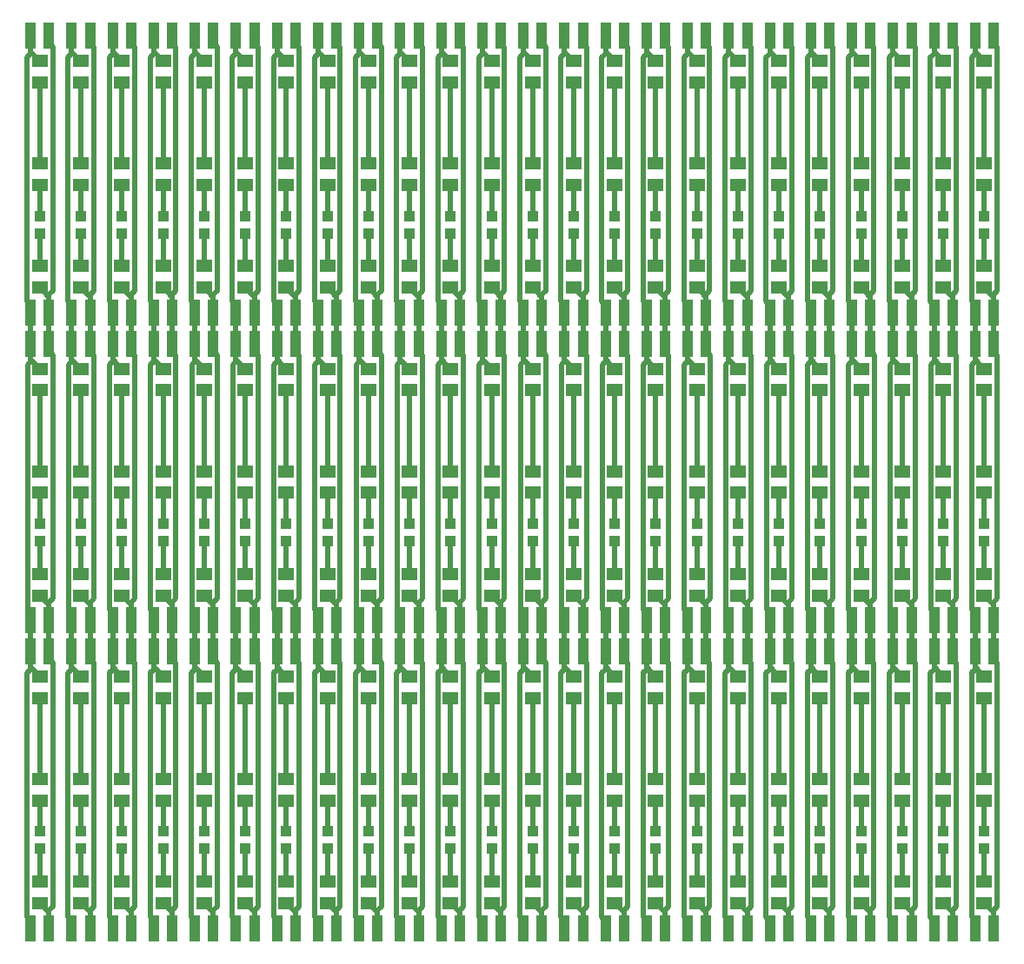
<source format=gtl>
%FSLAX34Y34*%
G04 Gerber Fmt 3.4, Leading zero omitted, Abs format*
G04 (created by PCBNEW (2014-05-23 BZR 4886)-product) date Sat 24 May 2014 10:50:35 PM CEST*
%MOIN*%
G01*
G70*
G90*
G04 APERTURE LIST*
%ADD10C,0.005906*%
%ADD11R,0.039370X0.098425*%
%ADD12R,0.043300X0.039300*%
%ADD13R,0.059055X0.047244*%
%ADD14C,0.020000*%
G04 APERTURE END LIST*
G54D10*
G54D11*
X113937Y-58858D03*
X113228Y-58858D03*
X112362Y-58858D03*
X111653Y-58858D03*
X113937Y-47047D03*
X113228Y-47047D03*
X112362Y-47047D03*
X111653Y-47047D03*
G54D12*
X113582Y-53957D03*
X113582Y-54625D03*
X113582Y-65768D03*
X113582Y-66436D03*
X113582Y-42146D03*
X113582Y-42814D03*
G54D13*
X113582Y-36201D03*
X113582Y-37027D03*
X113582Y-48012D03*
X113582Y-48838D03*
X113582Y-51949D03*
X113582Y-52775D03*
X113582Y-55886D03*
X113582Y-56712D03*
X113582Y-59823D03*
X113582Y-60649D03*
X113582Y-63760D03*
X113582Y-64586D03*
X113582Y-67697D03*
X113582Y-68523D03*
X113582Y-40138D03*
X113582Y-40964D03*
X113582Y-44075D03*
X113582Y-44901D03*
G54D11*
X113937Y-35236D03*
X113228Y-35236D03*
X113937Y-57677D03*
X113228Y-57677D03*
X113937Y-45866D03*
X113228Y-45866D03*
X113937Y-69488D03*
X113228Y-69488D03*
X112362Y-69488D03*
X111653Y-69488D03*
X112362Y-45866D03*
X111653Y-45866D03*
X112362Y-57677D03*
X111653Y-57677D03*
X112362Y-35236D03*
X111653Y-35236D03*
G54D13*
X112007Y-44075D03*
X112007Y-44901D03*
X112007Y-40138D03*
X112007Y-40964D03*
X112007Y-67697D03*
X112007Y-68523D03*
X112007Y-63760D03*
X112007Y-64586D03*
X112007Y-59823D03*
X112007Y-60649D03*
X112007Y-55886D03*
X112007Y-56712D03*
X112007Y-51949D03*
X112007Y-52775D03*
X112007Y-48012D03*
X112007Y-48838D03*
X112007Y-36201D03*
X112007Y-37027D03*
G54D12*
X112007Y-42146D03*
X112007Y-42814D03*
X112007Y-65768D03*
X112007Y-66436D03*
X112007Y-53957D03*
X112007Y-54625D03*
X146653Y-53957D03*
X146653Y-54625D03*
X146653Y-65768D03*
X146653Y-66436D03*
X146653Y-42146D03*
X146653Y-42814D03*
G54D13*
X146653Y-36201D03*
X146653Y-37027D03*
X146653Y-48012D03*
X146653Y-48838D03*
X146653Y-51949D03*
X146653Y-52775D03*
X146653Y-55886D03*
X146653Y-56712D03*
X146653Y-59823D03*
X146653Y-60649D03*
X146653Y-63760D03*
X146653Y-64586D03*
X146653Y-67697D03*
X146653Y-68523D03*
X146653Y-40138D03*
X146653Y-40964D03*
X146653Y-44075D03*
X146653Y-44901D03*
G54D11*
X147007Y-35236D03*
X146299Y-35236D03*
X147007Y-57677D03*
X146299Y-57677D03*
X147007Y-45866D03*
X146299Y-45866D03*
X147007Y-69488D03*
X146299Y-69488D03*
X148582Y-69488D03*
X147874Y-69488D03*
X148582Y-45866D03*
X147874Y-45866D03*
X148582Y-57677D03*
X147874Y-57677D03*
X148582Y-35236D03*
X147874Y-35236D03*
G54D13*
X148228Y-44075D03*
X148228Y-44901D03*
X148228Y-40138D03*
X148228Y-40964D03*
X148228Y-67697D03*
X148228Y-68523D03*
X148228Y-63760D03*
X148228Y-64586D03*
X148228Y-59823D03*
X148228Y-60649D03*
X148228Y-55886D03*
X148228Y-56712D03*
X148228Y-51949D03*
X148228Y-52775D03*
X148228Y-48012D03*
X148228Y-48838D03*
X148228Y-36201D03*
X148228Y-37027D03*
G54D12*
X148228Y-42146D03*
X148228Y-42814D03*
X148228Y-65768D03*
X148228Y-66436D03*
X148228Y-53957D03*
X148228Y-54625D03*
G54D11*
X147007Y-47047D03*
X146299Y-47047D03*
X148582Y-47047D03*
X147874Y-47047D03*
X147007Y-58858D03*
X146299Y-58858D03*
X148582Y-58858D03*
X147874Y-58858D03*
X145433Y-58858D03*
X144724Y-58858D03*
X143858Y-58858D03*
X143149Y-58858D03*
X142283Y-58858D03*
X141574Y-58858D03*
X140708Y-58858D03*
X140000Y-58858D03*
X139133Y-58858D03*
X138425Y-58858D03*
X137559Y-58858D03*
X136850Y-58858D03*
X135984Y-58858D03*
X135275Y-58858D03*
X134409Y-58858D03*
X133700Y-58858D03*
X132834Y-58858D03*
X132125Y-58858D03*
X131259Y-58858D03*
X130551Y-58858D03*
X129685Y-58858D03*
X128976Y-58858D03*
X128110Y-58858D03*
X127401Y-58858D03*
X126535Y-58858D03*
X125826Y-58858D03*
X124960Y-58858D03*
X124251Y-58858D03*
X123385Y-58858D03*
X122677Y-58858D03*
X121811Y-58858D03*
X121102Y-58858D03*
X120236Y-58858D03*
X119527Y-58858D03*
X118661Y-58858D03*
X117952Y-58858D03*
X117086Y-58858D03*
X116377Y-58858D03*
X115511Y-58858D03*
X114803Y-58858D03*
X145433Y-47047D03*
X144724Y-47047D03*
X143858Y-47047D03*
X143149Y-47047D03*
X142283Y-47047D03*
X141574Y-47047D03*
X140708Y-47047D03*
X140000Y-47047D03*
X139133Y-47047D03*
X138425Y-47047D03*
X137559Y-47047D03*
X136850Y-47047D03*
X135984Y-47047D03*
X135275Y-47047D03*
X134409Y-47047D03*
X133700Y-47047D03*
X132834Y-47047D03*
X132125Y-47047D03*
X131259Y-47047D03*
X130551Y-47047D03*
X129685Y-47047D03*
X128976Y-47047D03*
X128110Y-47047D03*
X127401Y-47047D03*
X126535Y-47047D03*
X125826Y-47047D03*
X124960Y-47047D03*
X124251Y-47047D03*
X123385Y-47047D03*
X122677Y-47047D03*
X121811Y-47047D03*
X121102Y-47047D03*
X120236Y-47047D03*
X119527Y-47047D03*
X118661Y-47047D03*
X117952Y-47047D03*
X117086Y-47047D03*
X116377Y-47047D03*
X115511Y-47047D03*
X114803Y-47047D03*
G54D12*
X118307Y-53957D03*
X118307Y-54625D03*
X118307Y-65768D03*
X118307Y-66436D03*
X118307Y-42146D03*
X118307Y-42814D03*
G54D13*
X118307Y-36201D03*
X118307Y-37027D03*
X118307Y-48012D03*
X118307Y-48838D03*
X118307Y-51949D03*
X118307Y-52775D03*
X118307Y-55886D03*
X118307Y-56712D03*
X118307Y-59823D03*
X118307Y-60649D03*
X118307Y-63760D03*
X118307Y-64586D03*
X118307Y-67697D03*
X118307Y-68523D03*
X118307Y-40138D03*
X118307Y-40964D03*
X118307Y-44075D03*
X118307Y-44901D03*
G54D11*
X118661Y-35236D03*
X117952Y-35236D03*
X118661Y-57677D03*
X117952Y-57677D03*
X118661Y-45866D03*
X117952Y-45866D03*
X118661Y-69488D03*
X117952Y-69488D03*
X120236Y-69488D03*
X119527Y-69488D03*
X120236Y-45866D03*
X119527Y-45866D03*
X120236Y-57677D03*
X119527Y-57677D03*
X120236Y-35236D03*
X119527Y-35236D03*
G54D13*
X119881Y-44075D03*
X119881Y-44901D03*
X119881Y-40138D03*
X119881Y-40964D03*
X119881Y-67697D03*
X119881Y-68523D03*
X119881Y-63760D03*
X119881Y-64586D03*
X119881Y-59823D03*
X119881Y-60649D03*
X119881Y-55886D03*
X119881Y-56712D03*
X119881Y-51949D03*
X119881Y-52775D03*
X119881Y-48012D03*
X119881Y-48838D03*
X119881Y-36201D03*
X119881Y-37027D03*
G54D12*
X119881Y-42146D03*
X119881Y-42814D03*
X119881Y-65768D03*
X119881Y-66436D03*
X119881Y-53957D03*
X119881Y-54625D03*
X116732Y-53957D03*
X116732Y-54625D03*
X116732Y-65768D03*
X116732Y-66436D03*
X116732Y-42146D03*
X116732Y-42814D03*
G54D13*
X116732Y-36201D03*
X116732Y-37027D03*
X116732Y-48012D03*
X116732Y-48838D03*
X116732Y-51949D03*
X116732Y-52775D03*
X116732Y-55886D03*
X116732Y-56712D03*
X116732Y-59823D03*
X116732Y-60649D03*
X116732Y-63760D03*
X116732Y-64586D03*
X116732Y-67697D03*
X116732Y-68523D03*
X116732Y-40138D03*
X116732Y-40964D03*
X116732Y-44075D03*
X116732Y-44901D03*
G54D11*
X117086Y-35236D03*
X116377Y-35236D03*
X117086Y-57677D03*
X116377Y-57677D03*
X117086Y-45866D03*
X116377Y-45866D03*
X117086Y-69488D03*
X116377Y-69488D03*
X115511Y-69488D03*
X114803Y-69488D03*
X115511Y-45866D03*
X114803Y-45866D03*
X115511Y-57677D03*
X114803Y-57677D03*
X115511Y-35236D03*
X114803Y-35236D03*
G54D13*
X115157Y-44075D03*
X115157Y-44901D03*
X115157Y-40138D03*
X115157Y-40964D03*
X115157Y-67697D03*
X115157Y-68523D03*
X115157Y-63760D03*
X115157Y-64586D03*
X115157Y-59823D03*
X115157Y-60649D03*
X115157Y-55886D03*
X115157Y-56712D03*
X115157Y-51949D03*
X115157Y-52775D03*
X115157Y-48012D03*
X115157Y-48838D03*
X115157Y-36201D03*
X115157Y-37027D03*
G54D12*
X115157Y-42146D03*
X115157Y-42814D03*
X115157Y-65768D03*
X115157Y-66436D03*
X115157Y-53957D03*
X115157Y-54625D03*
X121456Y-53957D03*
X121456Y-54625D03*
X121456Y-65768D03*
X121456Y-66436D03*
X121456Y-42146D03*
X121456Y-42814D03*
G54D13*
X121456Y-36201D03*
X121456Y-37027D03*
X121456Y-48012D03*
X121456Y-48838D03*
X121456Y-51949D03*
X121456Y-52775D03*
X121456Y-55886D03*
X121456Y-56712D03*
X121456Y-59823D03*
X121456Y-60649D03*
X121456Y-63760D03*
X121456Y-64586D03*
X121456Y-67697D03*
X121456Y-68523D03*
X121456Y-40138D03*
X121456Y-40964D03*
X121456Y-44075D03*
X121456Y-44901D03*
G54D11*
X121811Y-35236D03*
X121102Y-35236D03*
X121811Y-57677D03*
X121102Y-57677D03*
X121811Y-45866D03*
X121102Y-45866D03*
X121811Y-69488D03*
X121102Y-69488D03*
X129685Y-69488D03*
X128976Y-69488D03*
X129685Y-45866D03*
X128976Y-45866D03*
X129685Y-57677D03*
X128976Y-57677D03*
X129685Y-35236D03*
X128976Y-35236D03*
G54D13*
X129330Y-44075D03*
X129330Y-44901D03*
X129330Y-40138D03*
X129330Y-40964D03*
X129330Y-67697D03*
X129330Y-68523D03*
X129330Y-63760D03*
X129330Y-64586D03*
X129330Y-59823D03*
X129330Y-60649D03*
X129330Y-55886D03*
X129330Y-56712D03*
X129330Y-51949D03*
X129330Y-52775D03*
X129330Y-48012D03*
X129330Y-48838D03*
X129330Y-36201D03*
X129330Y-37027D03*
G54D12*
X129330Y-42146D03*
X129330Y-42814D03*
X129330Y-65768D03*
X129330Y-66436D03*
X129330Y-53957D03*
X129330Y-54625D03*
X123031Y-53957D03*
X123031Y-54625D03*
X123031Y-65768D03*
X123031Y-66436D03*
X123031Y-42146D03*
X123031Y-42814D03*
G54D13*
X123031Y-36201D03*
X123031Y-37027D03*
X123031Y-48012D03*
X123031Y-48838D03*
X123031Y-51949D03*
X123031Y-52775D03*
X123031Y-55886D03*
X123031Y-56712D03*
X123031Y-59823D03*
X123031Y-60649D03*
X123031Y-63760D03*
X123031Y-64586D03*
X123031Y-67697D03*
X123031Y-68523D03*
X123031Y-40138D03*
X123031Y-40964D03*
X123031Y-44075D03*
X123031Y-44901D03*
G54D11*
X123385Y-35236D03*
X122677Y-35236D03*
X123385Y-57677D03*
X122677Y-57677D03*
X123385Y-45866D03*
X122677Y-45866D03*
X123385Y-69488D03*
X122677Y-69488D03*
X124960Y-69488D03*
X124251Y-69488D03*
X124960Y-45866D03*
X124251Y-45866D03*
X124960Y-57677D03*
X124251Y-57677D03*
X124960Y-35236D03*
X124251Y-35236D03*
G54D13*
X124606Y-44075D03*
X124606Y-44901D03*
X124606Y-40138D03*
X124606Y-40964D03*
X124606Y-67697D03*
X124606Y-68523D03*
X124606Y-63760D03*
X124606Y-64586D03*
X124606Y-59823D03*
X124606Y-60649D03*
X124606Y-55886D03*
X124606Y-56712D03*
X124606Y-51949D03*
X124606Y-52775D03*
X124606Y-48012D03*
X124606Y-48838D03*
X124606Y-36201D03*
X124606Y-37027D03*
G54D12*
X124606Y-42146D03*
X124606Y-42814D03*
X124606Y-65768D03*
X124606Y-66436D03*
X124606Y-53957D03*
X124606Y-54625D03*
X127755Y-53957D03*
X127755Y-54625D03*
X127755Y-65768D03*
X127755Y-66436D03*
X127755Y-42146D03*
X127755Y-42814D03*
G54D13*
X127755Y-36201D03*
X127755Y-37027D03*
X127755Y-48012D03*
X127755Y-48838D03*
X127755Y-51949D03*
X127755Y-52775D03*
X127755Y-55886D03*
X127755Y-56712D03*
X127755Y-59823D03*
X127755Y-60649D03*
X127755Y-63760D03*
X127755Y-64586D03*
X127755Y-67697D03*
X127755Y-68523D03*
X127755Y-40138D03*
X127755Y-40964D03*
X127755Y-44075D03*
X127755Y-44901D03*
G54D11*
X128110Y-35236D03*
X127401Y-35236D03*
X128110Y-57677D03*
X127401Y-57677D03*
X128110Y-45866D03*
X127401Y-45866D03*
X128110Y-69488D03*
X127401Y-69488D03*
X126535Y-69488D03*
X125826Y-69488D03*
X126535Y-45866D03*
X125826Y-45866D03*
X126535Y-57677D03*
X125826Y-57677D03*
X126535Y-35236D03*
X125826Y-35236D03*
G54D13*
X126181Y-44075D03*
X126181Y-44901D03*
X126181Y-40138D03*
X126181Y-40964D03*
X126181Y-67697D03*
X126181Y-68523D03*
X126181Y-63760D03*
X126181Y-64586D03*
X126181Y-59823D03*
X126181Y-60649D03*
X126181Y-55886D03*
X126181Y-56712D03*
X126181Y-51949D03*
X126181Y-52775D03*
X126181Y-48012D03*
X126181Y-48838D03*
X126181Y-36201D03*
X126181Y-37027D03*
G54D12*
X126181Y-42146D03*
X126181Y-42814D03*
X126181Y-65768D03*
X126181Y-66436D03*
X126181Y-53957D03*
X126181Y-54625D03*
X141929Y-53957D03*
X141929Y-54625D03*
X141929Y-65768D03*
X141929Y-66436D03*
X141929Y-42146D03*
X141929Y-42814D03*
G54D13*
X141929Y-36201D03*
X141929Y-37027D03*
X141929Y-48012D03*
X141929Y-48838D03*
X141929Y-51949D03*
X141929Y-52775D03*
X141929Y-55886D03*
X141929Y-56712D03*
X141929Y-59823D03*
X141929Y-60649D03*
X141929Y-63760D03*
X141929Y-64586D03*
X141929Y-67697D03*
X141929Y-68523D03*
X141929Y-40138D03*
X141929Y-40964D03*
X141929Y-44075D03*
X141929Y-44901D03*
G54D11*
X142283Y-35236D03*
X141574Y-35236D03*
X142283Y-57677D03*
X141574Y-57677D03*
X142283Y-45866D03*
X141574Y-45866D03*
X142283Y-69488D03*
X141574Y-69488D03*
X143858Y-69488D03*
X143149Y-69488D03*
X143858Y-45866D03*
X143149Y-45866D03*
X143858Y-57677D03*
X143149Y-57677D03*
X143858Y-35236D03*
X143149Y-35236D03*
G54D13*
X143503Y-44075D03*
X143503Y-44901D03*
X143503Y-40138D03*
X143503Y-40964D03*
X143503Y-67697D03*
X143503Y-68523D03*
X143503Y-63760D03*
X143503Y-64586D03*
X143503Y-59823D03*
X143503Y-60649D03*
X143503Y-55886D03*
X143503Y-56712D03*
X143503Y-51949D03*
X143503Y-52775D03*
X143503Y-48012D03*
X143503Y-48838D03*
X143503Y-36201D03*
X143503Y-37027D03*
G54D12*
X143503Y-42146D03*
X143503Y-42814D03*
X143503Y-65768D03*
X143503Y-66436D03*
X143503Y-53957D03*
X143503Y-54625D03*
X140354Y-53957D03*
X140354Y-54625D03*
X140354Y-65768D03*
X140354Y-66436D03*
X140354Y-42146D03*
X140354Y-42814D03*
G54D13*
X140354Y-36201D03*
X140354Y-37027D03*
X140354Y-48012D03*
X140354Y-48838D03*
X140354Y-51949D03*
X140354Y-52775D03*
X140354Y-55886D03*
X140354Y-56712D03*
X140354Y-59823D03*
X140354Y-60649D03*
X140354Y-63760D03*
X140354Y-64586D03*
X140354Y-67697D03*
X140354Y-68523D03*
X140354Y-40138D03*
X140354Y-40964D03*
X140354Y-44075D03*
X140354Y-44901D03*
G54D11*
X140708Y-35236D03*
X140000Y-35236D03*
X140708Y-57677D03*
X140000Y-57677D03*
X140708Y-45866D03*
X140000Y-45866D03*
X140708Y-69488D03*
X140000Y-69488D03*
X139133Y-69488D03*
X138425Y-69488D03*
X139133Y-45866D03*
X138425Y-45866D03*
X139133Y-57677D03*
X138425Y-57677D03*
X139133Y-35236D03*
X138425Y-35236D03*
G54D13*
X138779Y-44075D03*
X138779Y-44901D03*
X138779Y-40138D03*
X138779Y-40964D03*
X138779Y-67697D03*
X138779Y-68523D03*
X138779Y-63760D03*
X138779Y-64586D03*
X138779Y-59823D03*
X138779Y-60649D03*
X138779Y-55886D03*
X138779Y-56712D03*
X138779Y-51949D03*
X138779Y-52775D03*
X138779Y-48012D03*
X138779Y-48838D03*
X138779Y-36201D03*
X138779Y-37027D03*
G54D12*
X138779Y-42146D03*
X138779Y-42814D03*
X138779Y-65768D03*
X138779Y-66436D03*
X138779Y-53957D03*
X138779Y-54625D03*
X145078Y-53957D03*
X145078Y-54625D03*
X145078Y-65768D03*
X145078Y-66436D03*
X145078Y-42146D03*
X145078Y-42814D03*
G54D13*
X145078Y-36201D03*
X145078Y-37027D03*
X145078Y-48012D03*
X145078Y-48838D03*
X145078Y-51949D03*
X145078Y-52775D03*
X145078Y-55886D03*
X145078Y-56712D03*
X145078Y-59823D03*
X145078Y-60649D03*
X145078Y-63760D03*
X145078Y-64586D03*
X145078Y-67697D03*
X145078Y-68523D03*
X145078Y-40138D03*
X145078Y-40964D03*
X145078Y-44075D03*
X145078Y-44901D03*
G54D11*
X145433Y-35236D03*
X144724Y-35236D03*
X145433Y-57677D03*
X144724Y-57677D03*
X145433Y-45866D03*
X144724Y-45866D03*
X145433Y-69488D03*
X144724Y-69488D03*
X137559Y-69488D03*
X136850Y-69488D03*
X137559Y-45866D03*
X136850Y-45866D03*
X137559Y-57677D03*
X136850Y-57677D03*
X137559Y-35236D03*
X136850Y-35236D03*
G54D13*
X137204Y-44075D03*
X137204Y-44901D03*
X137204Y-40138D03*
X137204Y-40964D03*
X137204Y-67697D03*
X137204Y-68523D03*
X137204Y-63760D03*
X137204Y-64586D03*
X137204Y-59823D03*
X137204Y-60649D03*
X137204Y-55886D03*
X137204Y-56712D03*
X137204Y-51949D03*
X137204Y-52775D03*
X137204Y-48012D03*
X137204Y-48838D03*
X137204Y-36201D03*
X137204Y-37027D03*
G54D12*
X137204Y-42146D03*
X137204Y-42814D03*
X137204Y-65768D03*
X137204Y-66436D03*
X137204Y-53957D03*
X137204Y-54625D03*
X130905Y-53957D03*
X130905Y-54625D03*
X130905Y-65768D03*
X130905Y-66436D03*
X130905Y-42146D03*
X130905Y-42814D03*
G54D13*
X130905Y-36201D03*
X130905Y-37027D03*
X130905Y-48012D03*
X130905Y-48838D03*
X130905Y-51949D03*
X130905Y-52775D03*
X130905Y-55886D03*
X130905Y-56712D03*
X130905Y-59823D03*
X130905Y-60649D03*
X130905Y-63760D03*
X130905Y-64586D03*
X130905Y-67697D03*
X130905Y-68523D03*
X130905Y-40138D03*
X130905Y-40964D03*
X130905Y-44075D03*
X130905Y-44901D03*
G54D11*
X131259Y-35236D03*
X130551Y-35236D03*
X131259Y-57677D03*
X130551Y-57677D03*
X131259Y-45866D03*
X130551Y-45866D03*
X131259Y-69488D03*
X130551Y-69488D03*
X132834Y-69488D03*
X132125Y-69488D03*
X132834Y-45866D03*
X132125Y-45866D03*
X132834Y-57677D03*
X132125Y-57677D03*
X132834Y-35236D03*
X132125Y-35236D03*
G54D13*
X132480Y-44075D03*
X132480Y-44901D03*
X132480Y-40138D03*
X132480Y-40964D03*
X132480Y-67697D03*
X132480Y-68523D03*
X132480Y-63760D03*
X132480Y-64586D03*
X132480Y-59823D03*
X132480Y-60649D03*
X132480Y-55886D03*
X132480Y-56712D03*
X132480Y-51949D03*
X132480Y-52775D03*
X132480Y-48012D03*
X132480Y-48838D03*
X132480Y-36201D03*
X132480Y-37027D03*
G54D12*
X132480Y-42146D03*
X132480Y-42814D03*
X132480Y-65768D03*
X132480Y-66436D03*
X132480Y-53957D03*
X132480Y-54625D03*
X135629Y-53957D03*
X135629Y-54625D03*
X135629Y-65768D03*
X135629Y-66436D03*
X135629Y-42146D03*
X135629Y-42814D03*
G54D13*
X135629Y-36201D03*
X135629Y-37027D03*
X135629Y-48012D03*
X135629Y-48838D03*
X135629Y-51949D03*
X135629Y-52775D03*
X135629Y-55886D03*
X135629Y-56712D03*
X135629Y-59823D03*
X135629Y-60649D03*
X135629Y-63760D03*
X135629Y-64586D03*
X135629Y-67697D03*
X135629Y-68523D03*
X135629Y-40138D03*
X135629Y-40964D03*
X135629Y-44075D03*
X135629Y-44901D03*
G54D11*
X135984Y-35236D03*
X135275Y-35236D03*
X135984Y-57677D03*
X135275Y-57677D03*
X135984Y-45866D03*
X135275Y-45866D03*
X135984Y-69488D03*
X135275Y-69488D03*
X134409Y-69488D03*
X133700Y-69488D03*
X134409Y-45866D03*
X133700Y-45866D03*
X134409Y-57677D03*
X133700Y-57677D03*
X134409Y-35236D03*
X133700Y-35236D03*
G54D13*
X134055Y-44075D03*
X134055Y-44901D03*
X134055Y-40138D03*
X134055Y-40964D03*
X134055Y-67697D03*
X134055Y-68523D03*
X134055Y-63760D03*
X134055Y-64586D03*
X134055Y-59823D03*
X134055Y-60649D03*
X134055Y-55886D03*
X134055Y-56712D03*
X134055Y-51949D03*
X134055Y-52775D03*
X134055Y-48012D03*
X134055Y-48838D03*
X134055Y-36201D03*
X134055Y-37027D03*
G54D12*
X134055Y-42146D03*
X134055Y-42814D03*
X134055Y-65768D03*
X134055Y-66436D03*
X134055Y-53957D03*
X134055Y-54625D03*
G54D14*
X113582Y-60649D02*
X113582Y-61085D01*
X113582Y-61085D02*
X113582Y-63760D01*
X112007Y-61085D02*
X112007Y-63760D01*
X112007Y-60649D02*
X112007Y-61085D01*
X146653Y-60649D02*
X146653Y-61085D01*
X146653Y-61085D02*
X146653Y-63760D01*
X148228Y-61085D02*
X148228Y-63760D01*
X148228Y-60649D02*
X148228Y-61085D01*
X137204Y-61085D02*
X137204Y-63760D01*
X137204Y-60649D02*
X137204Y-61085D01*
X130905Y-60649D02*
X130905Y-61085D01*
X130905Y-61085D02*
X130905Y-63760D01*
X132480Y-61085D02*
X132480Y-63760D01*
X132480Y-60649D02*
X132480Y-61085D01*
X135629Y-60649D02*
X135629Y-61085D01*
X135629Y-61085D02*
X135629Y-63760D01*
X134055Y-61085D02*
X134055Y-63760D01*
X134055Y-60649D02*
X134055Y-61085D01*
X141929Y-60649D02*
X141929Y-61085D01*
X141929Y-61085D02*
X141929Y-63760D01*
X143503Y-61085D02*
X143503Y-63760D01*
X143503Y-60649D02*
X143503Y-61085D01*
X140354Y-60649D02*
X140354Y-61085D01*
X140354Y-61085D02*
X140354Y-63760D01*
X138779Y-61085D02*
X138779Y-63760D01*
X138779Y-60649D02*
X138779Y-61085D01*
X145078Y-60649D02*
X145078Y-61085D01*
X145078Y-61085D02*
X145078Y-63760D01*
X129330Y-61085D02*
X129330Y-63760D01*
X129330Y-60649D02*
X129330Y-61085D01*
X123031Y-60649D02*
X123031Y-61085D01*
X123031Y-61085D02*
X123031Y-63760D01*
X124606Y-61085D02*
X124606Y-63760D01*
X124606Y-60649D02*
X124606Y-61085D01*
X127755Y-60649D02*
X127755Y-61085D01*
X127755Y-61085D02*
X127755Y-63760D01*
X126181Y-61085D02*
X126181Y-63760D01*
X126181Y-60649D02*
X126181Y-61085D01*
X118307Y-60649D02*
X118307Y-61085D01*
X118307Y-61085D02*
X118307Y-63760D01*
X119881Y-61085D02*
X119881Y-63760D01*
X119881Y-60649D02*
X119881Y-61085D01*
X116732Y-60649D02*
X116732Y-61085D01*
X116732Y-61085D02*
X116732Y-63760D01*
X115157Y-61085D02*
X115157Y-63760D01*
X115157Y-60649D02*
X115157Y-61085D01*
X121456Y-60649D02*
X121456Y-61085D01*
X121456Y-61085D02*
X121456Y-63760D01*
X113582Y-64586D02*
X113582Y-65768D01*
X112007Y-64586D02*
X112007Y-65768D01*
X146653Y-64586D02*
X146653Y-65768D01*
X148228Y-64586D02*
X148228Y-65768D01*
X137204Y-64586D02*
X137204Y-65768D01*
X130905Y-64586D02*
X130905Y-65768D01*
X132480Y-64586D02*
X132480Y-65768D01*
X135629Y-64586D02*
X135629Y-65768D01*
X134055Y-64586D02*
X134055Y-65768D01*
X141929Y-64586D02*
X141929Y-65768D01*
X143503Y-64586D02*
X143503Y-65768D01*
X140354Y-64586D02*
X140354Y-65768D01*
X138779Y-64586D02*
X138779Y-65768D01*
X145078Y-64586D02*
X145078Y-65768D01*
X129330Y-64586D02*
X129330Y-65768D01*
X123031Y-64586D02*
X123031Y-65768D01*
X124606Y-64586D02*
X124606Y-65768D01*
X127755Y-64586D02*
X127755Y-65768D01*
X126181Y-64586D02*
X126181Y-65768D01*
X118307Y-64586D02*
X118307Y-65768D01*
X119881Y-64586D02*
X119881Y-65768D01*
X116732Y-64586D02*
X116732Y-65768D01*
X115157Y-64586D02*
X115157Y-65768D01*
X121456Y-64586D02*
X121456Y-65768D01*
X113228Y-59550D02*
X113090Y-59688D01*
X113090Y-59688D02*
X113090Y-69055D01*
X113228Y-69192D02*
X113228Y-69488D01*
X113090Y-69055D02*
X113228Y-69192D01*
X113107Y-59671D02*
X113228Y-59550D01*
X113228Y-59550D02*
X113228Y-58858D01*
X113228Y-57677D02*
X113228Y-57381D01*
X113228Y-57381D02*
X113107Y-57260D01*
X113107Y-57260D02*
X113107Y-47860D01*
X113107Y-47860D02*
X113228Y-47739D01*
X113228Y-47739D02*
X113228Y-47047D01*
X113228Y-58858D02*
X113228Y-59468D01*
X113228Y-59468D02*
X113582Y-59823D01*
X113228Y-57677D02*
X113228Y-58858D01*
X113228Y-47047D02*
X113228Y-47657D01*
X113228Y-47657D02*
X113582Y-48012D01*
X113228Y-45866D02*
X113228Y-47047D01*
X113228Y-35236D02*
X113228Y-35846D01*
X113228Y-35846D02*
X113582Y-36201D01*
X113228Y-45570D02*
X113228Y-45866D01*
X113090Y-45433D02*
X113228Y-45570D01*
X113090Y-36066D02*
X113090Y-45433D01*
X113228Y-35928D02*
X113090Y-36066D01*
X113228Y-35236D02*
X113228Y-35928D01*
X111653Y-35236D02*
X111653Y-35928D01*
X111653Y-35928D02*
X111515Y-36066D01*
X111515Y-36066D02*
X111515Y-45433D01*
X111515Y-45433D02*
X111653Y-45570D01*
X111653Y-45570D02*
X111653Y-45866D01*
X111653Y-35846D02*
X112007Y-36201D01*
X111653Y-35236D02*
X111653Y-35846D01*
X111653Y-45866D02*
X111653Y-47047D01*
X111653Y-47657D02*
X112007Y-48012D01*
X111653Y-47047D02*
X111653Y-47657D01*
X111653Y-57677D02*
X111653Y-58858D01*
X111653Y-59468D02*
X112007Y-59823D01*
X111653Y-58858D02*
X111653Y-59468D01*
X111653Y-47739D02*
X111653Y-47047D01*
X111532Y-47860D02*
X111653Y-47739D01*
X111532Y-57260D02*
X111532Y-47860D01*
X111653Y-57381D02*
X111532Y-57260D01*
X111653Y-57677D02*
X111653Y-57381D01*
X111653Y-59550D02*
X111653Y-58858D01*
X111532Y-59671D02*
X111653Y-59550D01*
X111515Y-69055D02*
X111653Y-69192D01*
X111653Y-69192D02*
X111653Y-69488D01*
X111515Y-59688D02*
X111515Y-69055D01*
X111653Y-59550D02*
X111515Y-59688D01*
X146299Y-59550D02*
X146161Y-59688D01*
X146161Y-59688D02*
X146161Y-69055D01*
X146299Y-69192D02*
X146299Y-69488D01*
X146161Y-69055D02*
X146299Y-69192D01*
X146178Y-59671D02*
X146299Y-59550D01*
X146299Y-59550D02*
X146299Y-58858D01*
X146299Y-57677D02*
X146299Y-57381D01*
X146299Y-57381D02*
X146178Y-57260D01*
X146178Y-57260D02*
X146178Y-47860D01*
X146178Y-47860D02*
X146299Y-47739D01*
X146299Y-47739D02*
X146299Y-47047D01*
X146299Y-58858D02*
X146299Y-59468D01*
X146299Y-59468D02*
X146653Y-59823D01*
X146299Y-57677D02*
X146299Y-58858D01*
X146299Y-47047D02*
X146299Y-47657D01*
X146299Y-47657D02*
X146653Y-48012D01*
X146299Y-45866D02*
X146299Y-47047D01*
X146299Y-35236D02*
X146299Y-35846D01*
X146299Y-35846D02*
X146653Y-36201D01*
X146299Y-45570D02*
X146299Y-45866D01*
X146161Y-45433D02*
X146299Y-45570D01*
X146161Y-36066D02*
X146161Y-45433D01*
X146299Y-35928D02*
X146161Y-36066D01*
X146299Y-35236D02*
X146299Y-35928D01*
X147874Y-35236D02*
X147874Y-35928D01*
X147874Y-35928D02*
X147736Y-36066D01*
X147736Y-36066D02*
X147736Y-45433D01*
X147736Y-45433D02*
X147874Y-45570D01*
X147874Y-45570D02*
X147874Y-45866D01*
X147874Y-35846D02*
X148228Y-36201D01*
X147874Y-35236D02*
X147874Y-35846D01*
X147874Y-45866D02*
X147874Y-47047D01*
X147874Y-47657D02*
X148228Y-48012D01*
X147874Y-47047D02*
X147874Y-47657D01*
X147874Y-57677D02*
X147874Y-58858D01*
X147874Y-59468D02*
X148228Y-59823D01*
X147874Y-58858D02*
X147874Y-59468D01*
X147874Y-47739D02*
X147874Y-47047D01*
X147753Y-47860D02*
X147874Y-47739D01*
X147753Y-57260D02*
X147753Y-47860D01*
X147874Y-57381D02*
X147753Y-57260D01*
X147874Y-57677D02*
X147874Y-57381D01*
X147874Y-59550D02*
X147874Y-58858D01*
X147753Y-59671D02*
X147874Y-59550D01*
X147736Y-69055D02*
X147874Y-69192D01*
X147874Y-69192D02*
X147874Y-69488D01*
X147736Y-59688D02*
X147736Y-69055D01*
X147874Y-59550D02*
X147736Y-59688D01*
X136850Y-35236D02*
X136850Y-35928D01*
X136850Y-35928D02*
X136712Y-36066D01*
X136712Y-36066D02*
X136712Y-45433D01*
X136712Y-45433D02*
X136850Y-45570D01*
X136850Y-45570D02*
X136850Y-45866D01*
X136850Y-35846D02*
X137204Y-36201D01*
X136850Y-35236D02*
X136850Y-35846D01*
X136850Y-45866D02*
X136850Y-47047D01*
X136850Y-47657D02*
X137204Y-48012D01*
X136850Y-47047D02*
X136850Y-47657D01*
X136850Y-57677D02*
X136850Y-58858D01*
X136850Y-59468D02*
X137204Y-59823D01*
X136850Y-58858D02*
X136850Y-59468D01*
X136850Y-47739D02*
X136850Y-47047D01*
X136729Y-47860D02*
X136850Y-47739D01*
X136729Y-57260D02*
X136729Y-47860D01*
X136850Y-57381D02*
X136729Y-57260D01*
X136850Y-57677D02*
X136850Y-57381D01*
X136850Y-59550D02*
X136850Y-58858D01*
X136729Y-59671D02*
X136850Y-59550D01*
X136712Y-69055D02*
X136850Y-69192D01*
X136850Y-69192D02*
X136850Y-69488D01*
X136712Y-59688D02*
X136712Y-69055D01*
X136850Y-59550D02*
X136712Y-59688D01*
X130551Y-59550D02*
X130413Y-59688D01*
X130413Y-59688D02*
X130413Y-69055D01*
X130551Y-69192D02*
X130551Y-69488D01*
X130413Y-69055D02*
X130551Y-69192D01*
X130430Y-59671D02*
X130551Y-59550D01*
X130551Y-59550D02*
X130551Y-58858D01*
X130551Y-57677D02*
X130551Y-57381D01*
X130551Y-57381D02*
X130430Y-57260D01*
X130430Y-57260D02*
X130430Y-47860D01*
X130430Y-47860D02*
X130551Y-47739D01*
X130551Y-47739D02*
X130551Y-47047D01*
X130551Y-58858D02*
X130551Y-59468D01*
X130551Y-59468D02*
X130905Y-59823D01*
X130551Y-57677D02*
X130551Y-58858D01*
X130551Y-47047D02*
X130551Y-47657D01*
X130551Y-47657D02*
X130905Y-48012D01*
X130551Y-45866D02*
X130551Y-47047D01*
X130551Y-35236D02*
X130551Y-35846D01*
X130551Y-35846D02*
X130905Y-36201D01*
X130551Y-45570D02*
X130551Y-45866D01*
X130413Y-45433D02*
X130551Y-45570D01*
X130413Y-36066D02*
X130413Y-45433D01*
X130551Y-35928D02*
X130413Y-36066D01*
X130551Y-35236D02*
X130551Y-35928D01*
X132125Y-35236D02*
X132125Y-35928D01*
X132125Y-35928D02*
X131988Y-36066D01*
X131988Y-36066D02*
X131988Y-45433D01*
X131988Y-45433D02*
X132125Y-45570D01*
X132125Y-45570D02*
X132125Y-45866D01*
X132125Y-35846D02*
X132480Y-36201D01*
X132125Y-35236D02*
X132125Y-35846D01*
X132125Y-45866D02*
X132125Y-47047D01*
X132125Y-47657D02*
X132480Y-48012D01*
X132125Y-47047D02*
X132125Y-47657D01*
X132125Y-57677D02*
X132125Y-58858D01*
X132125Y-59468D02*
X132480Y-59823D01*
X132125Y-58858D02*
X132125Y-59468D01*
X132125Y-47739D02*
X132125Y-47047D01*
X132005Y-47860D02*
X132125Y-47739D01*
X132005Y-57260D02*
X132005Y-47860D01*
X132125Y-57381D02*
X132005Y-57260D01*
X132125Y-57677D02*
X132125Y-57381D01*
X132125Y-59550D02*
X132125Y-58858D01*
X132005Y-59671D02*
X132125Y-59550D01*
X131988Y-69055D02*
X132125Y-69192D01*
X132125Y-69192D02*
X132125Y-69488D01*
X131988Y-59688D02*
X131988Y-69055D01*
X132125Y-59550D02*
X131988Y-59688D01*
X135275Y-59550D02*
X135137Y-59688D01*
X135137Y-59688D02*
X135137Y-69055D01*
X135275Y-69192D02*
X135275Y-69488D01*
X135137Y-69055D02*
X135275Y-69192D01*
X135154Y-59671D02*
X135275Y-59550D01*
X135275Y-59550D02*
X135275Y-58858D01*
X135275Y-57677D02*
X135275Y-57381D01*
X135275Y-57381D02*
X135154Y-57260D01*
X135154Y-57260D02*
X135154Y-47860D01*
X135154Y-47860D02*
X135275Y-47739D01*
X135275Y-47739D02*
X135275Y-47047D01*
X135275Y-58858D02*
X135275Y-59468D01*
X135275Y-59468D02*
X135629Y-59823D01*
X135275Y-57677D02*
X135275Y-58858D01*
X135275Y-47047D02*
X135275Y-47657D01*
X135275Y-47657D02*
X135629Y-48012D01*
X135275Y-45866D02*
X135275Y-47047D01*
X135275Y-35236D02*
X135275Y-35846D01*
X135275Y-35846D02*
X135629Y-36201D01*
X135275Y-45570D02*
X135275Y-45866D01*
X135137Y-45433D02*
X135275Y-45570D01*
X135137Y-36066D02*
X135137Y-45433D01*
X135275Y-35928D02*
X135137Y-36066D01*
X135275Y-35236D02*
X135275Y-35928D01*
X133700Y-35236D02*
X133700Y-35928D01*
X133700Y-35928D02*
X133562Y-36066D01*
X133562Y-36066D02*
X133562Y-45433D01*
X133562Y-45433D02*
X133700Y-45570D01*
X133700Y-45570D02*
X133700Y-45866D01*
X133700Y-35846D02*
X134055Y-36201D01*
X133700Y-35236D02*
X133700Y-35846D01*
X133700Y-45866D02*
X133700Y-47047D01*
X133700Y-47657D02*
X134055Y-48012D01*
X133700Y-47047D02*
X133700Y-47657D01*
X133700Y-57677D02*
X133700Y-58858D01*
X133700Y-59468D02*
X134055Y-59823D01*
X133700Y-58858D02*
X133700Y-59468D01*
X133700Y-47739D02*
X133700Y-47047D01*
X133579Y-47860D02*
X133700Y-47739D01*
X133579Y-57260D02*
X133579Y-47860D01*
X133700Y-57381D02*
X133579Y-57260D01*
X133700Y-57677D02*
X133700Y-57381D01*
X133700Y-59550D02*
X133700Y-58858D01*
X133579Y-59671D02*
X133700Y-59550D01*
X133562Y-69055D02*
X133700Y-69192D01*
X133700Y-69192D02*
X133700Y-69488D01*
X133562Y-59688D02*
X133562Y-69055D01*
X133700Y-59550D02*
X133562Y-59688D01*
X141574Y-59550D02*
X141437Y-59688D01*
X141437Y-59688D02*
X141437Y-69055D01*
X141574Y-69192D02*
X141574Y-69488D01*
X141437Y-69055D02*
X141574Y-69192D01*
X141453Y-59671D02*
X141574Y-59550D01*
X141574Y-59550D02*
X141574Y-58858D01*
X141574Y-57677D02*
X141574Y-57381D01*
X141574Y-57381D02*
X141453Y-57260D01*
X141453Y-57260D02*
X141453Y-47860D01*
X141453Y-47860D02*
X141574Y-47739D01*
X141574Y-47739D02*
X141574Y-47047D01*
X141574Y-58858D02*
X141574Y-59468D01*
X141574Y-59468D02*
X141929Y-59823D01*
X141574Y-57677D02*
X141574Y-58858D01*
X141574Y-47047D02*
X141574Y-47657D01*
X141574Y-47657D02*
X141929Y-48012D01*
X141574Y-45866D02*
X141574Y-47047D01*
X141574Y-35236D02*
X141574Y-35846D01*
X141574Y-35846D02*
X141929Y-36201D01*
X141574Y-45570D02*
X141574Y-45866D01*
X141437Y-45433D02*
X141574Y-45570D01*
X141437Y-36066D02*
X141437Y-45433D01*
X141574Y-35928D02*
X141437Y-36066D01*
X141574Y-35236D02*
X141574Y-35928D01*
X143149Y-35236D02*
X143149Y-35928D01*
X143149Y-35928D02*
X143011Y-36066D01*
X143011Y-36066D02*
X143011Y-45433D01*
X143011Y-45433D02*
X143149Y-45570D01*
X143149Y-45570D02*
X143149Y-45866D01*
X143149Y-35846D02*
X143503Y-36201D01*
X143149Y-35236D02*
X143149Y-35846D01*
X143149Y-45866D02*
X143149Y-47047D01*
X143149Y-47657D02*
X143503Y-48012D01*
X143149Y-47047D02*
X143149Y-47657D01*
X143149Y-57677D02*
X143149Y-58858D01*
X143149Y-59468D02*
X143503Y-59823D01*
X143149Y-58858D02*
X143149Y-59468D01*
X143149Y-47739D02*
X143149Y-47047D01*
X143028Y-47860D02*
X143149Y-47739D01*
X143028Y-57260D02*
X143028Y-47860D01*
X143149Y-57381D02*
X143028Y-57260D01*
X143149Y-57677D02*
X143149Y-57381D01*
X143149Y-59550D02*
X143149Y-58858D01*
X143028Y-59671D02*
X143149Y-59550D01*
X143011Y-69055D02*
X143149Y-69192D01*
X143149Y-69192D02*
X143149Y-69488D01*
X143011Y-59688D02*
X143011Y-69055D01*
X143149Y-59550D02*
X143011Y-59688D01*
X140000Y-59550D02*
X139862Y-59688D01*
X139862Y-59688D02*
X139862Y-69055D01*
X140000Y-69192D02*
X140000Y-69488D01*
X139862Y-69055D02*
X140000Y-69192D01*
X139879Y-59671D02*
X140000Y-59550D01*
X140000Y-59550D02*
X140000Y-58858D01*
X140000Y-57677D02*
X140000Y-57381D01*
X140000Y-57381D02*
X139879Y-57260D01*
X139879Y-57260D02*
X139879Y-47860D01*
X139879Y-47860D02*
X140000Y-47739D01*
X140000Y-47739D02*
X140000Y-47047D01*
X140000Y-58858D02*
X140000Y-59468D01*
X140000Y-59468D02*
X140354Y-59823D01*
X140000Y-57677D02*
X140000Y-58858D01*
X140000Y-47047D02*
X140000Y-47657D01*
X140000Y-47657D02*
X140354Y-48012D01*
X140000Y-45866D02*
X140000Y-47047D01*
X140000Y-35236D02*
X140000Y-35846D01*
X140000Y-35846D02*
X140354Y-36201D01*
X140000Y-45570D02*
X140000Y-45866D01*
X139862Y-45433D02*
X140000Y-45570D01*
X139862Y-36066D02*
X139862Y-45433D01*
X140000Y-35928D02*
X139862Y-36066D01*
X140000Y-35236D02*
X140000Y-35928D01*
X138425Y-35236D02*
X138425Y-35928D01*
X138425Y-35928D02*
X138287Y-36066D01*
X138287Y-36066D02*
X138287Y-45433D01*
X138287Y-45433D02*
X138425Y-45570D01*
X138425Y-45570D02*
X138425Y-45866D01*
X138425Y-35846D02*
X138779Y-36201D01*
X138425Y-35236D02*
X138425Y-35846D01*
X138425Y-45866D02*
X138425Y-47047D01*
X138425Y-47657D02*
X138779Y-48012D01*
X138425Y-47047D02*
X138425Y-47657D01*
X138425Y-57677D02*
X138425Y-58858D01*
X138425Y-59468D02*
X138779Y-59823D01*
X138425Y-58858D02*
X138425Y-59468D01*
X138425Y-47739D02*
X138425Y-47047D01*
X138304Y-47860D02*
X138425Y-47739D01*
X138304Y-57260D02*
X138304Y-47860D01*
X138425Y-57381D02*
X138304Y-57260D01*
X138425Y-57677D02*
X138425Y-57381D01*
X138425Y-59550D02*
X138425Y-58858D01*
X138304Y-59671D02*
X138425Y-59550D01*
X138287Y-69055D02*
X138425Y-69192D01*
X138425Y-69192D02*
X138425Y-69488D01*
X138287Y-59688D02*
X138287Y-69055D01*
X138425Y-59550D02*
X138287Y-59688D01*
X144724Y-59550D02*
X144586Y-59688D01*
X144586Y-59688D02*
X144586Y-69055D01*
X144724Y-69192D02*
X144724Y-69488D01*
X144586Y-69055D02*
X144724Y-69192D01*
X144603Y-59671D02*
X144724Y-59550D01*
X144724Y-59550D02*
X144724Y-58858D01*
X144724Y-57677D02*
X144724Y-57381D01*
X144724Y-57381D02*
X144603Y-57260D01*
X144603Y-57260D02*
X144603Y-47860D01*
X144603Y-47860D02*
X144724Y-47739D01*
X144724Y-47739D02*
X144724Y-47047D01*
X144724Y-58858D02*
X144724Y-59468D01*
X144724Y-59468D02*
X145078Y-59823D01*
X144724Y-57677D02*
X144724Y-58858D01*
X144724Y-47047D02*
X144724Y-47657D01*
X144724Y-47657D02*
X145078Y-48012D01*
X144724Y-45866D02*
X144724Y-47047D01*
X144724Y-35236D02*
X144724Y-35846D01*
X144724Y-35846D02*
X145078Y-36201D01*
X144724Y-45570D02*
X144724Y-45866D01*
X144586Y-45433D02*
X144724Y-45570D01*
X144586Y-36066D02*
X144586Y-45433D01*
X144724Y-35928D02*
X144586Y-36066D01*
X144724Y-35236D02*
X144724Y-35928D01*
X128976Y-35236D02*
X128976Y-35928D01*
X128976Y-35928D02*
X128838Y-36066D01*
X128838Y-36066D02*
X128838Y-45433D01*
X128838Y-45433D02*
X128976Y-45570D01*
X128976Y-45570D02*
X128976Y-45866D01*
X128976Y-35846D02*
X129330Y-36201D01*
X128976Y-35236D02*
X128976Y-35846D01*
X128976Y-45866D02*
X128976Y-47047D01*
X128976Y-47657D02*
X129330Y-48012D01*
X128976Y-47047D02*
X128976Y-47657D01*
X128976Y-57677D02*
X128976Y-58858D01*
X128976Y-59468D02*
X129330Y-59823D01*
X128976Y-58858D02*
X128976Y-59468D01*
X128976Y-47739D02*
X128976Y-47047D01*
X128855Y-47860D02*
X128976Y-47739D01*
X128855Y-57260D02*
X128855Y-47860D01*
X128976Y-57381D02*
X128855Y-57260D01*
X128976Y-57677D02*
X128976Y-57381D01*
X128976Y-59550D02*
X128976Y-58858D01*
X128855Y-59671D02*
X128976Y-59550D01*
X128838Y-69055D02*
X128976Y-69192D01*
X128976Y-69192D02*
X128976Y-69488D01*
X128838Y-59688D02*
X128838Y-69055D01*
X128976Y-59550D02*
X128838Y-59688D01*
X122677Y-59550D02*
X122539Y-59688D01*
X122539Y-59688D02*
X122539Y-69055D01*
X122677Y-69192D02*
X122677Y-69488D01*
X122539Y-69055D02*
X122677Y-69192D01*
X122556Y-59671D02*
X122677Y-59550D01*
X122677Y-59550D02*
X122677Y-58858D01*
X122677Y-57677D02*
X122677Y-57381D01*
X122677Y-57381D02*
X122556Y-57260D01*
X122556Y-57260D02*
X122556Y-47860D01*
X122556Y-47860D02*
X122677Y-47739D01*
X122677Y-47739D02*
X122677Y-47047D01*
X122677Y-58858D02*
X122677Y-59468D01*
X122677Y-59468D02*
X123031Y-59823D01*
X122677Y-57677D02*
X122677Y-58858D01*
X122677Y-47047D02*
X122677Y-47657D01*
X122677Y-47657D02*
X123031Y-48012D01*
X122677Y-45866D02*
X122677Y-47047D01*
X122677Y-35236D02*
X122677Y-35846D01*
X122677Y-35846D02*
X123031Y-36201D01*
X122677Y-45570D02*
X122677Y-45866D01*
X122539Y-45433D02*
X122677Y-45570D01*
X122539Y-36066D02*
X122539Y-45433D01*
X122677Y-35928D02*
X122539Y-36066D01*
X122677Y-35236D02*
X122677Y-35928D01*
X124251Y-35236D02*
X124251Y-35928D01*
X124251Y-35928D02*
X124114Y-36066D01*
X124114Y-36066D02*
X124114Y-45433D01*
X124114Y-45433D02*
X124251Y-45570D01*
X124251Y-45570D02*
X124251Y-45866D01*
X124251Y-35846D02*
X124606Y-36201D01*
X124251Y-35236D02*
X124251Y-35846D01*
X124251Y-45866D02*
X124251Y-47047D01*
X124251Y-47657D02*
X124606Y-48012D01*
X124251Y-47047D02*
X124251Y-47657D01*
X124251Y-57677D02*
X124251Y-58858D01*
X124251Y-59468D02*
X124606Y-59823D01*
X124251Y-58858D02*
X124251Y-59468D01*
X124251Y-47739D02*
X124251Y-47047D01*
X124131Y-47860D02*
X124251Y-47739D01*
X124131Y-57260D02*
X124131Y-47860D01*
X124251Y-57381D02*
X124131Y-57260D01*
X124251Y-57677D02*
X124251Y-57381D01*
X124251Y-59550D02*
X124251Y-58858D01*
X124131Y-59671D02*
X124251Y-59550D01*
X124114Y-69055D02*
X124251Y-69192D01*
X124251Y-69192D02*
X124251Y-69488D01*
X124114Y-59688D02*
X124114Y-69055D01*
X124251Y-59550D02*
X124114Y-59688D01*
X127401Y-59550D02*
X127263Y-59688D01*
X127263Y-59688D02*
X127263Y-69055D01*
X127401Y-69192D02*
X127401Y-69488D01*
X127263Y-69055D02*
X127401Y-69192D01*
X127280Y-59671D02*
X127401Y-59550D01*
X127401Y-59550D02*
X127401Y-58858D01*
X127401Y-57677D02*
X127401Y-57381D01*
X127401Y-57381D02*
X127280Y-57260D01*
X127280Y-57260D02*
X127280Y-47860D01*
X127280Y-47860D02*
X127401Y-47739D01*
X127401Y-47739D02*
X127401Y-47047D01*
X127401Y-58858D02*
X127401Y-59468D01*
X127401Y-59468D02*
X127755Y-59823D01*
X127401Y-57677D02*
X127401Y-58858D01*
X127401Y-47047D02*
X127401Y-47657D01*
X127401Y-47657D02*
X127755Y-48012D01*
X127401Y-45866D02*
X127401Y-47047D01*
X127401Y-35236D02*
X127401Y-35846D01*
X127401Y-35846D02*
X127755Y-36201D01*
X127401Y-45570D02*
X127401Y-45866D01*
X127263Y-45433D02*
X127401Y-45570D01*
X127263Y-36066D02*
X127263Y-45433D01*
X127401Y-35928D02*
X127263Y-36066D01*
X127401Y-35236D02*
X127401Y-35928D01*
X125826Y-35236D02*
X125826Y-35928D01*
X125826Y-35928D02*
X125688Y-36066D01*
X125688Y-36066D02*
X125688Y-45433D01*
X125688Y-45433D02*
X125826Y-45570D01*
X125826Y-45570D02*
X125826Y-45866D01*
X125826Y-35846D02*
X126181Y-36201D01*
X125826Y-35236D02*
X125826Y-35846D01*
X125826Y-45866D02*
X125826Y-47047D01*
X125826Y-47657D02*
X126181Y-48012D01*
X125826Y-47047D02*
X125826Y-47657D01*
X125826Y-57677D02*
X125826Y-58858D01*
X125826Y-59468D02*
X126181Y-59823D01*
X125826Y-58858D02*
X125826Y-59468D01*
X125826Y-47739D02*
X125826Y-47047D01*
X125705Y-47860D02*
X125826Y-47739D01*
X125705Y-57260D02*
X125705Y-47860D01*
X125826Y-57381D02*
X125705Y-57260D01*
X125826Y-57677D02*
X125826Y-57381D01*
X125826Y-59550D02*
X125826Y-58858D01*
X125705Y-59671D02*
X125826Y-59550D01*
X125688Y-69055D02*
X125826Y-69192D01*
X125826Y-69192D02*
X125826Y-69488D01*
X125688Y-59688D02*
X125688Y-69055D01*
X125826Y-59550D02*
X125688Y-59688D01*
X117952Y-59550D02*
X117814Y-59688D01*
X117814Y-59688D02*
X117814Y-69055D01*
X117952Y-69192D02*
X117952Y-69488D01*
X117814Y-69055D02*
X117952Y-69192D01*
X117831Y-59671D02*
X117952Y-59550D01*
X117952Y-59550D02*
X117952Y-58858D01*
X117952Y-57677D02*
X117952Y-57381D01*
X117952Y-57381D02*
X117831Y-57260D01*
X117831Y-57260D02*
X117831Y-47860D01*
X117831Y-47860D02*
X117952Y-47739D01*
X117952Y-47739D02*
X117952Y-47047D01*
X117952Y-58858D02*
X117952Y-59468D01*
X117952Y-59468D02*
X118307Y-59823D01*
X117952Y-57677D02*
X117952Y-58858D01*
X117952Y-47047D02*
X117952Y-47657D01*
X117952Y-47657D02*
X118307Y-48012D01*
X117952Y-45866D02*
X117952Y-47047D01*
X117952Y-35236D02*
X117952Y-35846D01*
X117952Y-35846D02*
X118307Y-36201D01*
X117952Y-45570D02*
X117952Y-45866D01*
X117814Y-45433D02*
X117952Y-45570D01*
X117814Y-36066D02*
X117814Y-45433D01*
X117952Y-35928D02*
X117814Y-36066D01*
X117952Y-35236D02*
X117952Y-35928D01*
X119527Y-35236D02*
X119527Y-35928D01*
X119527Y-35928D02*
X119389Y-36066D01*
X119389Y-36066D02*
X119389Y-45433D01*
X119389Y-45433D02*
X119527Y-45570D01*
X119527Y-45570D02*
X119527Y-45866D01*
X119527Y-35846D02*
X119881Y-36201D01*
X119527Y-35236D02*
X119527Y-35846D01*
X119527Y-45866D02*
X119527Y-47047D01*
X119527Y-47657D02*
X119881Y-48012D01*
X119527Y-47047D02*
X119527Y-47657D01*
X119527Y-57677D02*
X119527Y-58858D01*
X119527Y-59468D02*
X119881Y-59823D01*
X119527Y-58858D02*
X119527Y-59468D01*
X119527Y-47739D02*
X119527Y-47047D01*
X119406Y-47860D02*
X119527Y-47739D01*
X119406Y-57260D02*
X119406Y-47860D01*
X119527Y-57381D02*
X119406Y-57260D01*
X119527Y-57677D02*
X119527Y-57381D01*
X119527Y-59550D02*
X119527Y-58858D01*
X119406Y-59671D02*
X119527Y-59550D01*
X119389Y-69055D02*
X119527Y-69192D01*
X119527Y-69192D02*
X119527Y-69488D01*
X119389Y-59688D02*
X119389Y-69055D01*
X119527Y-59550D02*
X119389Y-59688D01*
X116377Y-59550D02*
X116240Y-59688D01*
X116240Y-59688D02*
X116240Y-69055D01*
X116377Y-69192D02*
X116377Y-69488D01*
X116240Y-69055D02*
X116377Y-69192D01*
X116257Y-59671D02*
X116377Y-59550D01*
X116377Y-59550D02*
X116377Y-58858D01*
X116377Y-57677D02*
X116377Y-57381D01*
X116377Y-57381D02*
X116257Y-57260D01*
X116257Y-57260D02*
X116257Y-47860D01*
X116257Y-47860D02*
X116377Y-47739D01*
X116377Y-47739D02*
X116377Y-47047D01*
X116377Y-58858D02*
X116377Y-59468D01*
X116377Y-59468D02*
X116732Y-59823D01*
X116377Y-57677D02*
X116377Y-58858D01*
X116377Y-47047D02*
X116377Y-47657D01*
X116377Y-47657D02*
X116732Y-48012D01*
X116377Y-45866D02*
X116377Y-47047D01*
X116377Y-35236D02*
X116377Y-35846D01*
X116377Y-35846D02*
X116732Y-36201D01*
X116377Y-45570D02*
X116377Y-45866D01*
X116240Y-45433D02*
X116377Y-45570D01*
X116240Y-36066D02*
X116240Y-45433D01*
X116377Y-35928D02*
X116240Y-36066D01*
X116377Y-35236D02*
X116377Y-35928D01*
X114803Y-35236D02*
X114803Y-35928D01*
X114803Y-35928D02*
X114665Y-36066D01*
X114665Y-36066D02*
X114665Y-45433D01*
X114665Y-45433D02*
X114803Y-45570D01*
X114803Y-45570D02*
X114803Y-45866D01*
X114803Y-35846D02*
X115157Y-36201D01*
X114803Y-35236D02*
X114803Y-35846D01*
X114803Y-45866D02*
X114803Y-47047D01*
X114803Y-47657D02*
X115157Y-48012D01*
X114803Y-47047D02*
X114803Y-47657D01*
X114803Y-57677D02*
X114803Y-58858D01*
X114803Y-59468D02*
X115157Y-59823D01*
X114803Y-58858D02*
X114803Y-59468D01*
X114803Y-47739D02*
X114803Y-47047D01*
X114682Y-47860D02*
X114803Y-47739D01*
X114682Y-57260D02*
X114682Y-47860D01*
X114803Y-57381D02*
X114682Y-57260D01*
X114803Y-57677D02*
X114803Y-57381D01*
X114803Y-59550D02*
X114803Y-58858D01*
X114682Y-59671D02*
X114803Y-59550D01*
X114665Y-69055D02*
X114803Y-69192D01*
X114803Y-69192D02*
X114803Y-69488D01*
X114665Y-59688D02*
X114665Y-69055D01*
X114803Y-59550D02*
X114665Y-59688D01*
X121102Y-59550D02*
X120964Y-59688D01*
X120964Y-59688D02*
X120964Y-69055D01*
X121102Y-69192D02*
X121102Y-69488D01*
X120964Y-69055D02*
X121102Y-69192D01*
X120981Y-59671D02*
X121102Y-59550D01*
X121102Y-59550D02*
X121102Y-58858D01*
X121102Y-57677D02*
X121102Y-57381D01*
X121102Y-57381D02*
X120981Y-57260D01*
X120981Y-57260D02*
X120981Y-47860D01*
X120981Y-47860D02*
X121102Y-47739D01*
X121102Y-47739D02*
X121102Y-47047D01*
X121102Y-58858D02*
X121102Y-59468D01*
X121102Y-59468D02*
X121456Y-59823D01*
X121102Y-57677D02*
X121102Y-58858D01*
X121102Y-47047D02*
X121102Y-47657D01*
X121102Y-47657D02*
X121456Y-48012D01*
X121102Y-45866D02*
X121102Y-47047D01*
X121102Y-35236D02*
X121102Y-35846D01*
X121102Y-35846D02*
X121456Y-36201D01*
X121102Y-45570D02*
X121102Y-45866D01*
X120964Y-45433D02*
X121102Y-45570D01*
X120964Y-36066D02*
X120964Y-45433D01*
X121102Y-35928D02*
X120964Y-36066D01*
X121102Y-35236D02*
X121102Y-35928D01*
X113937Y-35236D02*
X113937Y-35289D01*
X113937Y-69488D02*
X113937Y-68796D01*
X113937Y-68796D02*
X114074Y-68658D01*
X114074Y-68658D02*
X114074Y-59291D01*
X114074Y-59291D02*
X113937Y-59153D01*
X113937Y-59153D02*
X113937Y-58858D01*
X113937Y-47047D02*
X113937Y-47342D01*
X113937Y-47342D02*
X114077Y-47483D01*
X114077Y-47483D02*
X114077Y-56844D01*
X114077Y-56844D02*
X113937Y-56985D01*
X113937Y-56985D02*
X113937Y-57677D01*
X113582Y-68523D02*
X113937Y-68877D01*
X113937Y-68877D02*
X113937Y-69488D01*
X113937Y-57677D02*
X113937Y-58858D01*
X113582Y-56712D02*
X113937Y-57066D01*
X113937Y-57066D02*
X113937Y-57677D01*
X113937Y-47047D02*
X113937Y-45866D01*
X113582Y-44901D02*
X113937Y-45255D01*
X113937Y-45255D02*
X113937Y-45866D01*
X114074Y-35669D02*
X114074Y-45036D01*
X113937Y-45174D02*
X113937Y-45866D01*
X114074Y-45036D02*
X113937Y-45174D01*
X113937Y-35531D02*
X114074Y-35669D01*
X113937Y-35236D02*
X113937Y-35531D01*
X112362Y-35236D02*
X112362Y-35531D01*
X112362Y-35531D02*
X112500Y-35669D01*
X112500Y-45036D02*
X112362Y-45174D01*
X112362Y-45174D02*
X112362Y-45866D01*
X112500Y-35669D02*
X112500Y-45036D01*
X112362Y-45255D02*
X112362Y-45866D01*
X112007Y-44901D02*
X112362Y-45255D01*
X112362Y-47047D02*
X112362Y-45866D01*
X112362Y-57066D02*
X112362Y-57677D01*
X112007Y-56712D02*
X112362Y-57066D01*
X112362Y-57677D02*
X112362Y-58858D01*
X112362Y-68877D02*
X112362Y-69488D01*
X112007Y-68523D02*
X112362Y-68877D01*
X112362Y-56985D02*
X112362Y-57677D01*
X112503Y-56844D02*
X112362Y-56985D01*
X112503Y-47483D02*
X112503Y-56844D01*
X112362Y-47342D02*
X112503Y-47483D01*
X112362Y-47047D02*
X112362Y-47342D01*
X112362Y-59153D02*
X112362Y-58858D01*
X112500Y-59291D02*
X112362Y-59153D01*
X112500Y-68658D02*
X112500Y-59291D01*
X112362Y-68796D02*
X112500Y-68658D01*
X112362Y-69488D02*
X112362Y-68796D01*
X112362Y-35236D02*
X112362Y-35289D01*
X147007Y-35236D02*
X147007Y-35289D01*
X147007Y-69488D02*
X147007Y-68796D01*
X147007Y-68796D02*
X147145Y-68658D01*
X147145Y-68658D02*
X147145Y-59291D01*
X147145Y-59291D02*
X147007Y-59153D01*
X147007Y-59153D02*
X147007Y-58858D01*
X147007Y-47047D02*
X147007Y-47342D01*
X147007Y-47342D02*
X147148Y-47483D01*
X147148Y-47483D02*
X147148Y-56844D01*
X147148Y-56844D02*
X147007Y-56985D01*
X147007Y-56985D02*
X147007Y-57677D01*
X146653Y-68523D02*
X147007Y-68877D01*
X147007Y-68877D02*
X147007Y-69488D01*
X147007Y-57677D02*
X147007Y-58858D01*
X146653Y-56712D02*
X147007Y-57066D01*
X147007Y-57066D02*
X147007Y-57677D01*
X147007Y-47047D02*
X147007Y-45866D01*
X146653Y-44901D02*
X147007Y-45255D01*
X147007Y-45255D02*
X147007Y-45866D01*
X147145Y-35669D02*
X147145Y-45036D01*
X147007Y-45174D02*
X147007Y-45866D01*
X147145Y-45036D02*
X147007Y-45174D01*
X147007Y-35531D02*
X147145Y-35669D01*
X147007Y-35236D02*
X147007Y-35531D01*
X148582Y-35236D02*
X148582Y-35531D01*
X148582Y-35531D02*
X148720Y-35669D01*
X148720Y-45036D02*
X148582Y-45174D01*
X148582Y-45174D02*
X148582Y-45866D01*
X148720Y-35669D02*
X148720Y-45036D01*
X148582Y-45255D02*
X148582Y-45866D01*
X148228Y-44901D02*
X148582Y-45255D01*
X148582Y-47047D02*
X148582Y-45866D01*
X148582Y-57066D02*
X148582Y-57677D01*
X148228Y-56712D02*
X148582Y-57066D01*
X148582Y-57677D02*
X148582Y-58858D01*
X148582Y-68877D02*
X148582Y-69488D01*
X148228Y-68523D02*
X148582Y-68877D01*
X148582Y-56985D02*
X148582Y-57677D01*
X148723Y-56844D02*
X148582Y-56985D01*
X148723Y-47483D02*
X148723Y-56844D01*
X148582Y-47342D02*
X148723Y-47483D01*
X148582Y-47047D02*
X148582Y-47342D01*
X148582Y-59153D02*
X148582Y-58858D01*
X148720Y-59291D02*
X148582Y-59153D01*
X148720Y-68658D02*
X148720Y-59291D01*
X148582Y-68796D02*
X148720Y-68658D01*
X148582Y-69488D02*
X148582Y-68796D01*
X148582Y-35236D02*
X148582Y-35289D01*
X137559Y-35236D02*
X137559Y-35531D01*
X137559Y-35531D02*
X137696Y-35669D01*
X137696Y-45036D02*
X137559Y-45174D01*
X137559Y-45174D02*
X137559Y-45866D01*
X137696Y-35669D02*
X137696Y-45036D01*
X137559Y-45255D02*
X137559Y-45866D01*
X137204Y-44901D02*
X137559Y-45255D01*
X137559Y-47047D02*
X137559Y-45866D01*
X137559Y-57066D02*
X137559Y-57677D01*
X137204Y-56712D02*
X137559Y-57066D01*
X137559Y-57677D02*
X137559Y-58858D01*
X137559Y-68877D02*
X137559Y-69488D01*
X137204Y-68523D02*
X137559Y-68877D01*
X137559Y-56985D02*
X137559Y-57677D01*
X137700Y-56844D02*
X137559Y-56985D01*
X137700Y-47483D02*
X137700Y-56844D01*
X137559Y-47342D02*
X137700Y-47483D01*
X137559Y-47047D02*
X137559Y-47342D01*
X137559Y-59153D02*
X137559Y-58858D01*
X137696Y-59291D02*
X137559Y-59153D01*
X137696Y-68658D02*
X137696Y-59291D01*
X137559Y-68796D02*
X137696Y-68658D01*
X137559Y-69488D02*
X137559Y-68796D01*
X137559Y-35236D02*
X137559Y-35289D01*
X131259Y-35236D02*
X131259Y-35289D01*
X131259Y-69488D02*
X131259Y-68796D01*
X131259Y-68796D02*
X131397Y-68658D01*
X131397Y-68658D02*
X131397Y-59291D01*
X131397Y-59291D02*
X131259Y-59153D01*
X131259Y-59153D02*
X131259Y-58858D01*
X131259Y-47047D02*
X131259Y-47342D01*
X131259Y-47342D02*
X131400Y-47483D01*
X131400Y-47483D02*
X131400Y-56844D01*
X131400Y-56844D02*
X131259Y-56985D01*
X131259Y-56985D02*
X131259Y-57677D01*
X130905Y-68523D02*
X131259Y-68877D01*
X131259Y-68877D02*
X131259Y-69488D01*
X131259Y-57677D02*
X131259Y-58858D01*
X130905Y-56712D02*
X131259Y-57066D01*
X131259Y-57066D02*
X131259Y-57677D01*
X131259Y-47047D02*
X131259Y-45866D01*
X130905Y-44901D02*
X131259Y-45255D01*
X131259Y-45255D02*
X131259Y-45866D01*
X131397Y-35669D02*
X131397Y-45036D01*
X131259Y-45174D02*
X131259Y-45866D01*
X131397Y-45036D02*
X131259Y-45174D01*
X131259Y-35531D02*
X131397Y-35669D01*
X131259Y-35236D02*
X131259Y-35531D01*
X132834Y-35236D02*
X132834Y-35531D01*
X132834Y-35531D02*
X132972Y-35669D01*
X132972Y-45036D02*
X132834Y-45174D01*
X132834Y-45174D02*
X132834Y-45866D01*
X132972Y-35669D02*
X132972Y-45036D01*
X132834Y-45255D02*
X132834Y-45866D01*
X132480Y-44901D02*
X132834Y-45255D01*
X132834Y-47047D02*
X132834Y-45866D01*
X132834Y-57066D02*
X132834Y-57677D01*
X132480Y-56712D02*
X132834Y-57066D01*
X132834Y-57677D02*
X132834Y-58858D01*
X132834Y-68877D02*
X132834Y-69488D01*
X132480Y-68523D02*
X132834Y-68877D01*
X132834Y-56985D02*
X132834Y-57677D01*
X132975Y-56844D02*
X132834Y-56985D01*
X132975Y-47483D02*
X132975Y-56844D01*
X132834Y-47342D02*
X132975Y-47483D01*
X132834Y-47047D02*
X132834Y-47342D01*
X132834Y-59153D02*
X132834Y-58858D01*
X132972Y-59291D02*
X132834Y-59153D01*
X132972Y-68658D02*
X132972Y-59291D01*
X132834Y-68796D02*
X132972Y-68658D01*
X132834Y-69488D02*
X132834Y-68796D01*
X132834Y-35236D02*
X132834Y-35289D01*
X135984Y-35236D02*
X135984Y-35289D01*
X135984Y-69488D02*
X135984Y-68796D01*
X135984Y-68796D02*
X136122Y-68658D01*
X136122Y-68658D02*
X136122Y-59291D01*
X136122Y-59291D02*
X135984Y-59153D01*
X135984Y-59153D02*
X135984Y-58858D01*
X135984Y-47047D02*
X135984Y-47342D01*
X135984Y-47342D02*
X136125Y-47483D01*
X136125Y-47483D02*
X136125Y-56844D01*
X136125Y-56844D02*
X135984Y-56985D01*
X135984Y-56985D02*
X135984Y-57677D01*
X135629Y-68523D02*
X135984Y-68877D01*
X135984Y-68877D02*
X135984Y-69488D01*
X135984Y-57677D02*
X135984Y-58858D01*
X135629Y-56712D02*
X135984Y-57066D01*
X135984Y-57066D02*
X135984Y-57677D01*
X135984Y-47047D02*
X135984Y-45866D01*
X135629Y-44901D02*
X135984Y-45255D01*
X135984Y-45255D02*
X135984Y-45866D01*
X136122Y-35669D02*
X136122Y-45036D01*
X135984Y-45174D02*
X135984Y-45866D01*
X136122Y-45036D02*
X135984Y-45174D01*
X135984Y-35531D02*
X136122Y-35669D01*
X135984Y-35236D02*
X135984Y-35531D01*
X134409Y-35236D02*
X134409Y-35531D01*
X134409Y-35531D02*
X134547Y-35669D01*
X134547Y-45036D02*
X134409Y-45174D01*
X134409Y-45174D02*
X134409Y-45866D01*
X134547Y-35669D02*
X134547Y-45036D01*
X134409Y-45255D02*
X134409Y-45866D01*
X134055Y-44901D02*
X134409Y-45255D01*
X134409Y-47047D02*
X134409Y-45866D01*
X134409Y-57066D02*
X134409Y-57677D01*
X134055Y-56712D02*
X134409Y-57066D01*
X134409Y-57677D02*
X134409Y-58858D01*
X134409Y-68877D02*
X134409Y-69488D01*
X134055Y-68523D02*
X134409Y-68877D01*
X134409Y-56985D02*
X134409Y-57677D01*
X134550Y-56844D02*
X134409Y-56985D01*
X134550Y-47483D02*
X134550Y-56844D01*
X134409Y-47342D02*
X134550Y-47483D01*
X134409Y-47047D02*
X134409Y-47342D01*
X134409Y-59153D02*
X134409Y-58858D01*
X134547Y-59291D02*
X134409Y-59153D01*
X134547Y-68658D02*
X134547Y-59291D01*
X134409Y-68796D02*
X134547Y-68658D01*
X134409Y-69488D02*
X134409Y-68796D01*
X134409Y-35236D02*
X134409Y-35289D01*
X142283Y-35236D02*
X142283Y-35289D01*
X142283Y-69488D02*
X142283Y-68796D01*
X142283Y-68796D02*
X142421Y-68658D01*
X142421Y-68658D02*
X142421Y-59291D01*
X142421Y-59291D02*
X142283Y-59153D01*
X142283Y-59153D02*
X142283Y-58858D01*
X142283Y-47047D02*
X142283Y-47342D01*
X142283Y-47342D02*
X142424Y-47483D01*
X142424Y-47483D02*
X142424Y-56844D01*
X142424Y-56844D02*
X142283Y-56985D01*
X142283Y-56985D02*
X142283Y-57677D01*
X141929Y-68523D02*
X142283Y-68877D01*
X142283Y-68877D02*
X142283Y-69488D01*
X142283Y-57677D02*
X142283Y-58858D01*
X141929Y-56712D02*
X142283Y-57066D01*
X142283Y-57066D02*
X142283Y-57677D01*
X142283Y-47047D02*
X142283Y-45866D01*
X141929Y-44901D02*
X142283Y-45255D01*
X142283Y-45255D02*
X142283Y-45866D01*
X142421Y-35669D02*
X142421Y-45036D01*
X142283Y-45174D02*
X142283Y-45866D01*
X142421Y-45036D02*
X142283Y-45174D01*
X142283Y-35531D02*
X142421Y-35669D01*
X142283Y-35236D02*
X142283Y-35531D01*
X143858Y-35236D02*
X143858Y-35531D01*
X143858Y-35531D02*
X143996Y-35669D01*
X143996Y-45036D02*
X143858Y-45174D01*
X143858Y-45174D02*
X143858Y-45866D01*
X143996Y-35669D02*
X143996Y-45036D01*
X143858Y-45255D02*
X143858Y-45866D01*
X143503Y-44901D02*
X143858Y-45255D01*
X143858Y-47047D02*
X143858Y-45866D01*
X143858Y-57066D02*
X143858Y-57677D01*
X143503Y-56712D02*
X143858Y-57066D01*
X143858Y-57677D02*
X143858Y-58858D01*
X143858Y-68877D02*
X143858Y-69488D01*
X143503Y-68523D02*
X143858Y-68877D01*
X143858Y-56985D02*
X143858Y-57677D01*
X143999Y-56844D02*
X143858Y-56985D01*
X143999Y-47483D02*
X143999Y-56844D01*
X143858Y-47342D02*
X143999Y-47483D01*
X143858Y-47047D02*
X143858Y-47342D01*
X143858Y-59153D02*
X143858Y-58858D01*
X143996Y-59291D02*
X143858Y-59153D01*
X143996Y-68658D02*
X143996Y-59291D01*
X143858Y-68796D02*
X143996Y-68658D01*
X143858Y-69488D02*
X143858Y-68796D01*
X143858Y-35236D02*
X143858Y-35289D01*
X140708Y-35236D02*
X140708Y-35289D01*
X140708Y-69488D02*
X140708Y-68796D01*
X140708Y-68796D02*
X140846Y-68658D01*
X140846Y-68658D02*
X140846Y-59291D01*
X140846Y-59291D02*
X140708Y-59153D01*
X140708Y-59153D02*
X140708Y-58858D01*
X140708Y-47047D02*
X140708Y-47342D01*
X140708Y-47342D02*
X140849Y-47483D01*
X140849Y-47483D02*
X140849Y-56844D01*
X140849Y-56844D02*
X140708Y-56985D01*
X140708Y-56985D02*
X140708Y-57677D01*
X140354Y-68523D02*
X140708Y-68877D01*
X140708Y-68877D02*
X140708Y-69488D01*
X140708Y-57677D02*
X140708Y-58858D01*
X140354Y-56712D02*
X140708Y-57066D01*
X140708Y-57066D02*
X140708Y-57677D01*
X140708Y-47047D02*
X140708Y-45866D01*
X140354Y-44901D02*
X140708Y-45255D01*
X140708Y-45255D02*
X140708Y-45866D01*
X140846Y-35669D02*
X140846Y-45036D01*
X140708Y-45174D02*
X140708Y-45866D01*
X140846Y-45036D02*
X140708Y-45174D01*
X140708Y-35531D02*
X140846Y-35669D01*
X140708Y-35236D02*
X140708Y-35531D01*
X139133Y-35236D02*
X139133Y-35531D01*
X139133Y-35531D02*
X139271Y-35669D01*
X139271Y-45036D02*
X139133Y-45174D01*
X139133Y-45174D02*
X139133Y-45866D01*
X139271Y-35669D02*
X139271Y-45036D01*
X139133Y-45255D02*
X139133Y-45866D01*
X138779Y-44901D02*
X139133Y-45255D01*
X139133Y-47047D02*
X139133Y-45866D01*
X139133Y-57066D02*
X139133Y-57677D01*
X138779Y-56712D02*
X139133Y-57066D01*
X139133Y-57677D02*
X139133Y-58858D01*
X139133Y-68877D02*
X139133Y-69488D01*
X138779Y-68523D02*
X139133Y-68877D01*
X139133Y-56985D02*
X139133Y-57677D01*
X139274Y-56844D02*
X139133Y-56985D01*
X139274Y-47483D02*
X139274Y-56844D01*
X139133Y-47342D02*
X139274Y-47483D01*
X139133Y-47047D02*
X139133Y-47342D01*
X139133Y-59153D02*
X139133Y-58858D01*
X139271Y-59291D02*
X139133Y-59153D01*
X139271Y-68658D02*
X139271Y-59291D01*
X139133Y-68796D02*
X139271Y-68658D01*
X139133Y-69488D02*
X139133Y-68796D01*
X139133Y-35236D02*
X139133Y-35289D01*
X145433Y-35236D02*
X145433Y-35289D01*
X145433Y-69488D02*
X145433Y-68796D01*
X145433Y-68796D02*
X145570Y-68658D01*
X145570Y-68658D02*
X145570Y-59291D01*
X145570Y-59291D02*
X145433Y-59153D01*
X145433Y-59153D02*
X145433Y-58858D01*
X145433Y-47047D02*
X145433Y-47342D01*
X145433Y-47342D02*
X145574Y-47483D01*
X145574Y-47483D02*
X145574Y-56844D01*
X145574Y-56844D02*
X145433Y-56985D01*
X145433Y-56985D02*
X145433Y-57677D01*
X145078Y-68523D02*
X145433Y-68877D01*
X145433Y-68877D02*
X145433Y-69488D01*
X145433Y-57677D02*
X145433Y-58858D01*
X145078Y-56712D02*
X145433Y-57066D01*
X145433Y-57066D02*
X145433Y-57677D01*
X145433Y-47047D02*
X145433Y-45866D01*
X145078Y-44901D02*
X145433Y-45255D01*
X145433Y-45255D02*
X145433Y-45866D01*
X145570Y-35669D02*
X145570Y-45036D01*
X145433Y-45174D02*
X145433Y-45866D01*
X145570Y-45036D02*
X145433Y-45174D01*
X145433Y-35531D02*
X145570Y-35669D01*
X145433Y-35236D02*
X145433Y-35531D01*
X129685Y-35236D02*
X129685Y-35531D01*
X129685Y-35531D02*
X129822Y-35669D01*
X129822Y-45036D02*
X129685Y-45174D01*
X129685Y-45174D02*
X129685Y-45866D01*
X129822Y-35669D02*
X129822Y-45036D01*
X129685Y-45255D02*
X129685Y-45866D01*
X129330Y-44901D02*
X129685Y-45255D01*
X129685Y-47047D02*
X129685Y-45866D01*
X129685Y-57066D02*
X129685Y-57677D01*
X129330Y-56712D02*
X129685Y-57066D01*
X129685Y-57677D02*
X129685Y-58858D01*
X129685Y-68877D02*
X129685Y-69488D01*
X129330Y-68523D02*
X129685Y-68877D01*
X129685Y-56985D02*
X129685Y-57677D01*
X129825Y-56844D02*
X129685Y-56985D01*
X129825Y-47483D02*
X129825Y-56844D01*
X129685Y-47342D02*
X129825Y-47483D01*
X129685Y-47047D02*
X129685Y-47342D01*
X129685Y-59153D02*
X129685Y-58858D01*
X129822Y-59291D02*
X129685Y-59153D01*
X129822Y-68658D02*
X129822Y-59291D01*
X129685Y-68796D02*
X129822Y-68658D01*
X129685Y-69488D02*
X129685Y-68796D01*
X129685Y-35236D02*
X129685Y-35289D01*
X123385Y-35236D02*
X123385Y-35289D01*
X123385Y-69488D02*
X123385Y-68796D01*
X123385Y-68796D02*
X123523Y-68658D01*
X123523Y-68658D02*
X123523Y-59291D01*
X123523Y-59291D02*
X123385Y-59153D01*
X123385Y-59153D02*
X123385Y-58858D01*
X123385Y-47047D02*
X123385Y-47342D01*
X123385Y-47342D02*
X123526Y-47483D01*
X123526Y-47483D02*
X123526Y-56844D01*
X123526Y-56844D02*
X123385Y-56985D01*
X123385Y-56985D02*
X123385Y-57677D01*
X123031Y-68523D02*
X123385Y-68877D01*
X123385Y-68877D02*
X123385Y-69488D01*
X123385Y-57677D02*
X123385Y-58858D01*
X123031Y-56712D02*
X123385Y-57066D01*
X123385Y-57066D02*
X123385Y-57677D01*
X123385Y-47047D02*
X123385Y-45866D01*
X123031Y-44901D02*
X123385Y-45255D01*
X123385Y-45255D02*
X123385Y-45866D01*
X123523Y-35669D02*
X123523Y-45036D01*
X123385Y-45174D02*
X123385Y-45866D01*
X123523Y-45036D02*
X123385Y-45174D01*
X123385Y-35531D02*
X123523Y-35669D01*
X123385Y-35236D02*
X123385Y-35531D01*
X124960Y-35236D02*
X124960Y-35531D01*
X124960Y-35531D02*
X125098Y-35669D01*
X125098Y-45036D02*
X124960Y-45174D01*
X124960Y-45174D02*
X124960Y-45866D01*
X125098Y-35669D02*
X125098Y-45036D01*
X124960Y-45255D02*
X124960Y-45866D01*
X124606Y-44901D02*
X124960Y-45255D01*
X124960Y-47047D02*
X124960Y-45866D01*
X124960Y-57066D02*
X124960Y-57677D01*
X124606Y-56712D02*
X124960Y-57066D01*
X124960Y-57677D02*
X124960Y-58858D01*
X124960Y-68877D02*
X124960Y-69488D01*
X124606Y-68523D02*
X124960Y-68877D01*
X124960Y-56985D02*
X124960Y-57677D01*
X125101Y-56844D02*
X124960Y-56985D01*
X125101Y-47483D02*
X125101Y-56844D01*
X124960Y-47342D02*
X125101Y-47483D01*
X124960Y-47047D02*
X124960Y-47342D01*
X124960Y-59153D02*
X124960Y-58858D01*
X125098Y-59291D02*
X124960Y-59153D01*
X125098Y-68658D02*
X125098Y-59291D01*
X124960Y-68796D02*
X125098Y-68658D01*
X124960Y-69488D02*
X124960Y-68796D01*
X124960Y-35236D02*
X124960Y-35289D01*
X128110Y-35236D02*
X128110Y-35289D01*
X128110Y-69488D02*
X128110Y-68796D01*
X128110Y-68796D02*
X128248Y-68658D01*
X128248Y-68658D02*
X128248Y-59291D01*
X128248Y-59291D02*
X128110Y-59153D01*
X128110Y-59153D02*
X128110Y-58858D01*
X128110Y-47047D02*
X128110Y-47342D01*
X128110Y-47342D02*
X128251Y-47483D01*
X128251Y-47483D02*
X128251Y-56844D01*
X128251Y-56844D02*
X128110Y-56985D01*
X128110Y-56985D02*
X128110Y-57677D01*
X127755Y-68523D02*
X128110Y-68877D01*
X128110Y-68877D02*
X128110Y-69488D01*
X128110Y-57677D02*
X128110Y-58858D01*
X127755Y-56712D02*
X128110Y-57066D01*
X128110Y-57066D02*
X128110Y-57677D01*
X128110Y-47047D02*
X128110Y-45866D01*
X127755Y-44901D02*
X128110Y-45255D01*
X128110Y-45255D02*
X128110Y-45866D01*
X128248Y-35669D02*
X128248Y-45036D01*
X128110Y-45174D02*
X128110Y-45866D01*
X128248Y-45036D02*
X128110Y-45174D01*
X128110Y-35531D02*
X128248Y-35669D01*
X128110Y-35236D02*
X128110Y-35531D01*
X126535Y-35236D02*
X126535Y-35531D01*
X126535Y-35531D02*
X126673Y-35669D01*
X126673Y-45036D02*
X126535Y-45174D01*
X126535Y-45174D02*
X126535Y-45866D01*
X126673Y-35669D02*
X126673Y-45036D01*
X126535Y-45255D02*
X126535Y-45866D01*
X126181Y-44901D02*
X126535Y-45255D01*
X126535Y-47047D02*
X126535Y-45866D01*
X126535Y-57066D02*
X126535Y-57677D01*
X126181Y-56712D02*
X126535Y-57066D01*
X126535Y-57677D02*
X126535Y-58858D01*
X126535Y-68877D02*
X126535Y-69488D01*
X126181Y-68523D02*
X126535Y-68877D01*
X126535Y-56985D02*
X126535Y-57677D01*
X126676Y-56844D02*
X126535Y-56985D01*
X126676Y-47483D02*
X126676Y-56844D01*
X126535Y-47342D02*
X126676Y-47483D01*
X126535Y-47047D02*
X126535Y-47342D01*
X126535Y-59153D02*
X126535Y-58858D01*
X126673Y-59291D02*
X126535Y-59153D01*
X126673Y-68658D02*
X126673Y-59291D01*
X126535Y-68796D02*
X126673Y-68658D01*
X126535Y-69488D02*
X126535Y-68796D01*
X126535Y-35236D02*
X126535Y-35289D01*
X118661Y-35236D02*
X118661Y-35289D01*
X118661Y-69488D02*
X118661Y-68796D01*
X118661Y-68796D02*
X118799Y-68658D01*
X118799Y-68658D02*
X118799Y-59291D01*
X118799Y-59291D02*
X118661Y-59153D01*
X118661Y-59153D02*
X118661Y-58858D01*
X118661Y-47047D02*
X118661Y-47342D01*
X118661Y-47342D02*
X118802Y-47483D01*
X118802Y-47483D02*
X118802Y-56844D01*
X118802Y-56844D02*
X118661Y-56985D01*
X118661Y-56985D02*
X118661Y-57677D01*
X118307Y-68523D02*
X118661Y-68877D01*
X118661Y-68877D02*
X118661Y-69488D01*
X118661Y-57677D02*
X118661Y-58858D01*
X118307Y-56712D02*
X118661Y-57066D01*
X118661Y-57066D02*
X118661Y-57677D01*
X118661Y-47047D02*
X118661Y-45866D01*
X118307Y-44901D02*
X118661Y-45255D01*
X118661Y-45255D02*
X118661Y-45866D01*
X118799Y-35669D02*
X118799Y-45036D01*
X118661Y-45174D02*
X118661Y-45866D01*
X118799Y-45036D02*
X118661Y-45174D01*
X118661Y-35531D02*
X118799Y-35669D01*
X118661Y-35236D02*
X118661Y-35531D01*
X120236Y-35236D02*
X120236Y-35531D01*
X120236Y-35531D02*
X120374Y-35669D01*
X120374Y-45036D02*
X120236Y-45174D01*
X120236Y-45174D02*
X120236Y-45866D01*
X120374Y-35669D02*
X120374Y-45036D01*
X120236Y-45255D02*
X120236Y-45866D01*
X119881Y-44901D02*
X120236Y-45255D01*
X120236Y-47047D02*
X120236Y-45866D01*
X120236Y-57066D02*
X120236Y-57677D01*
X119881Y-56712D02*
X120236Y-57066D01*
X120236Y-57677D02*
X120236Y-58858D01*
X120236Y-68877D02*
X120236Y-69488D01*
X119881Y-68523D02*
X120236Y-68877D01*
X120236Y-56985D02*
X120236Y-57677D01*
X120377Y-56844D02*
X120236Y-56985D01*
X120377Y-47483D02*
X120377Y-56844D01*
X120236Y-47342D02*
X120377Y-47483D01*
X120236Y-47047D02*
X120236Y-47342D01*
X120236Y-59153D02*
X120236Y-58858D01*
X120374Y-59291D02*
X120236Y-59153D01*
X120374Y-68658D02*
X120374Y-59291D01*
X120236Y-68796D02*
X120374Y-68658D01*
X120236Y-69488D02*
X120236Y-68796D01*
X120236Y-35236D02*
X120236Y-35289D01*
X117086Y-35236D02*
X117086Y-35289D01*
X117086Y-69488D02*
X117086Y-68796D01*
X117086Y-68796D02*
X117224Y-68658D01*
X117224Y-68658D02*
X117224Y-59291D01*
X117224Y-59291D02*
X117086Y-59153D01*
X117086Y-59153D02*
X117086Y-58858D01*
X117086Y-47047D02*
X117086Y-47342D01*
X117086Y-47342D02*
X117227Y-47483D01*
X117227Y-47483D02*
X117227Y-56844D01*
X117227Y-56844D02*
X117086Y-56985D01*
X117086Y-56985D02*
X117086Y-57677D01*
X116732Y-68523D02*
X117086Y-68877D01*
X117086Y-68877D02*
X117086Y-69488D01*
X117086Y-57677D02*
X117086Y-58858D01*
X116732Y-56712D02*
X117086Y-57066D01*
X117086Y-57066D02*
X117086Y-57677D01*
X117086Y-47047D02*
X117086Y-45866D01*
X116732Y-44901D02*
X117086Y-45255D01*
X117086Y-45255D02*
X117086Y-45866D01*
X117224Y-35669D02*
X117224Y-45036D01*
X117086Y-45174D02*
X117086Y-45866D01*
X117224Y-45036D02*
X117086Y-45174D01*
X117086Y-35531D02*
X117224Y-35669D01*
X117086Y-35236D02*
X117086Y-35531D01*
X115511Y-35236D02*
X115511Y-35531D01*
X115511Y-35531D02*
X115649Y-35669D01*
X115649Y-45036D02*
X115511Y-45174D01*
X115511Y-45174D02*
X115511Y-45866D01*
X115649Y-35669D02*
X115649Y-45036D01*
X115511Y-45255D02*
X115511Y-45866D01*
X115157Y-44901D02*
X115511Y-45255D01*
X115511Y-47047D02*
X115511Y-45866D01*
X115511Y-57066D02*
X115511Y-57677D01*
X115157Y-56712D02*
X115511Y-57066D01*
X115511Y-57677D02*
X115511Y-58858D01*
X115511Y-68877D02*
X115511Y-69488D01*
X115157Y-68523D02*
X115511Y-68877D01*
X115511Y-56985D02*
X115511Y-57677D01*
X115652Y-56844D02*
X115511Y-56985D01*
X115652Y-47483D02*
X115652Y-56844D01*
X115511Y-47342D02*
X115652Y-47483D01*
X115511Y-47047D02*
X115511Y-47342D01*
X115511Y-59153D02*
X115511Y-58858D01*
X115649Y-59291D02*
X115511Y-59153D01*
X115649Y-68658D02*
X115649Y-59291D01*
X115511Y-68796D02*
X115649Y-68658D01*
X115511Y-69488D02*
X115511Y-68796D01*
X115511Y-35236D02*
X115511Y-35289D01*
X121811Y-35236D02*
X121811Y-35289D01*
X121811Y-69488D02*
X121811Y-68796D01*
X121811Y-68796D02*
X121948Y-68658D01*
X121948Y-68658D02*
X121948Y-59291D01*
X121948Y-59291D02*
X121811Y-59153D01*
X121811Y-59153D02*
X121811Y-58858D01*
X121811Y-47047D02*
X121811Y-47342D01*
X121811Y-47342D02*
X121951Y-47483D01*
X121951Y-47483D02*
X121951Y-56844D01*
X121951Y-56844D02*
X121811Y-56985D01*
X121811Y-56985D02*
X121811Y-57677D01*
X121456Y-68523D02*
X121811Y-68877D01*
X121811Y-68877D02*
X121811Y-69488D01*
X121811Y-57677D02*
X121811Y-58858D01*
X121456Y-56712D02*
X121811Y-57066D01*
X121811Y-57066D02*
X121811Y-57677D01*
X121811Y-47047D02*
X121811Y-45866D01*
X121456Y-44901D02*
X121811Y-45255D01*
X121811Y-45255D02*
X121811Y-45866D01*
X121948Y-35669D02*
X121948Y-45036D01*
X121811Y-45174D02*
X121811Y-45866D01*
X121948Y-45036D02*
X121811Y-45174D01*
X121811Y-35531D02*
X121948Y-35669D01*
X121811Y-35236D02*
X121811Y-35531D01*
X113582Y-66436D02*
X113582Y-67697D01*
X112007Y-66436D02*
X112007Y-67697D01*
X146653Y-66436D02*
X146653Y-67697D01*
X148228Y-66436D02*
X148228Y-67697D01*
X137204Y-66436D02*
X137204Y-67697D01*
X130905Y-66436D02*
X130905Y-67697D01*
X132480Y-66436D02*
X132480Y-67697D01*
X135629Y-66436D02*
X135629Y-67697D01*
X134055Y-66436D02*
X134055Y-67697D01*
X141929Y-66436D02*
X141929Y-67697D01*
X143503Y-66436D02*
X143503Y-67697D01*
X140354Y-66436D02*
X140354Y-67697D01*
X138779Y-66436D02*
X138779Y-67697D01*
X145078Y-66436D02*
X145078Y-67697D01*
X129330Y-66436D02*
X129330Y-67697D01*
X123031Y-66436D02*
X123031Y-67697D01*
X124606Y-66436D02*
X124606Y-67697D01*
X127755Y-66436D02*
X127755Y-67697D01*
X126181Y-66436D02*
X126181Y-67697D01*
X118307Y-66436D02*
X118307Y-67697D01*
X119881Y-66436D02*
X119881Y-67697D01*
X116732Y-66436D02*
X116732Y-67697D01*
X115157Y-66436D02*
X115157Y-67697D01*
X121456Y-66436D02*
X121456Y-67697D01*
X113582Y-48838D02*
X113582Y-51949D01*
X112007Y-48838D02*
X112007Y-51949D01*
X146653Y-48838D02*
X146653Y-51949D01*
X148228Y-48838D02*
X148228Y-51949D01*
X137204Y-48838D02*
X137204Y-51949D01*
X130905Y-48838D02*
X130905Y-51949D01*
X132480Y-48838D02*
X132480Y-51949D01*
X135629Y-48838D02*
X135629Y-51949D01*
X134055Y-48838D02*
X134055Y-51949D01*
X141929Y-48838D02*
X141929Y-51949D01*
X143503Y-48838D02*
X143503Y-51949D01*
X140354Y-48838D02*
X140354Y-51949D01*
X138779Y-48838D02*
X138779Y-51949D01*
X145078Y-48838D02*
X145078Y-51949D01*
X129330Y-48838D02*
X129330Y-51949D01*
X123031Y-48838D02*
X123031Y-51949D01*
X124606Y-48838D02*
X124606Y-51949D01*
X127755Y-48838D02*
X127755Y-51949D01*
X126181Y-48838D02*
X126181Y-51949D01*
X118307Y-48838D02*
X118307Y-51949D01*
X119881Y-48838D02*
X119881Y-51949D01*
X116732Y-48838D02*
X116732Y-51949D01*
X115157Y-48838D02*
X115157Y-51949D01*
X121456Y-48838D02*
X121456Y-51949D01*
X113582Y-52775D02*
X113582Y-53957D01*
X112007Y-52775D02*
X112007Y-53957D01*
X146653Y-52775D02*
X146653Y-53957D01*
X148228Y-52775D02*
X148228Y-53957D01*
X137204Y-52775D02*
X137204Y-53957D01*
X130905Y-52775D02*
X130905Y-53957D01*
X132480Y-52775D02*
X132480Y-53957D01*
X135629Y-52775D02*
X135629Y-53957D01*
X134055Y-52775D02*
X134055Y-53957D01*
X141929Y-52775D02*
X141929Y-53957D01*
X143503Y-52775D02*
X143503Y-53957D01*
X140354Y-52775D02*
X140354Y-53957D01*
X138779Y-52775D02*
X138779Y-53957D01*
X145078Y-52775D02*
X145078Y-53957D01*
X129330Y-52775D02*
X129330Y-53957D01*
X123031Y-52775D02*
X123031Y-53957D01*
X124606Y-52775D02*
X124606Y-53957D01*
X127755Y-52775D02*
X127755Y-53957D01*
X126181Y-52775D02*
X126181Y-53957D01*
X118307Y-52775D02*
X118307Y-53957D01*
X119881Y-52775D02*
X119881Y-53957D01*
X116732Y-52775D02*
X116732Y-53957D01*
X115157Y-52775D02*
X115157Y-53957D01*
X121456Y-52775D02*
X121456Y-53957D01*
X113582Y-54625D02*
X113582Y-55886D01*
X112007Y-54625D02*
X112007Y-55886D01*
X146653Y-54625D02*
X146653Y-55886D01*
X148228Y-54625D02*
X148228Y-55886D01*
X137204Y-54625D02*
X137204Y-55886D01*
X130905Y-54625D02*
X130905Y-55886D01*
X132480Y-54625D02*
X132480Y-55886D01*
X135629Y-54625D02*
X135629Y-55886D01*
X134055Y-54625D02*
X134055Y-55886D01*
X141929Y-54625D02*
X141929Y-55886D01*
X143503Y-54625D02*
X143503Y-55886D01*
X140354Y-54625D02*
X140354Y-55886D01*
X138779Y-54625D02*
X138779Y-55886D01*
X145078Y-54625D02*
X145078Y-55886D01*
X129330Y-54625D02*
X129330Y-55886D01*
X123031Y-54625D02*
X123031Y-55886D01*
X124606Y-54625D02*
X124606Y-55886D01*
X127755Y-54625D02*
X127755Y-55886D01*
X126181Y-54625D02*
X126181Y-55886D01*
X118307Y-54625D02*
X118307Y-55886D01*
X119881Y-54625D02*
X119881Y-55886D01*
X116732Y-54625D02*
X116732Y-55886D01*
X115157Y-54625D02*
X115157Y-55886D01*
X121456Y-54625D02*
X121456Y-55886D01*
X113582Y-37027D02*
X113582Y-40138D01*
X112007Y-37027D02*
X112007Y-40138D01*
X146653Y-37027D02*
X146653Y-40138D01*
X148228Y-37027D02*
X148228Y-40138D01*
X137204Y-37027D02*
X137204Y-40138D01*
X130905Y-37027D02*
X130905Y-40138D01*
X132480Y-37027D02*
X132480Y-40138D01*
X135629Y-37027D02*
X135629Y-40138D01*
X134055Y-37027D02*
X134055Y-40138D01*
X141929Y-37027D02*
X141929Y-40138D01*
X143503Y-37027D02*
X143503Y-40138D01*
X140354Y-37027D02*
X140354Y-40138D01*
X138779Y-37027D02*
X138779Y-40138D01*
X145078Y-37027D02*
X145078Y-40138D01*
X129330Y-37027D02*
X129330Y-40138D01*
X123031Y-37027D02*
X123031Y-40138D01*
X124606Y-37027D02*
X124606Y-40138D01*
X127755Y-37027D02*
X127755Y-40138D01*
X126181Y-37027D02*
X126181Y-40138D01*
X118307Y-37027D02*
X118307Y-40138D01*
X119881Y-37027D02*
X119881Y-40138D01*
X116732Y-37027D02*
X116732Y-40138D01*
X115157Y-37027D02*
X115157Y-40138D01*
X121456Y-37027D02*
X121456Y-40138D01*
X113582Y-40964D02*
X113582Y-42146D01*
X112007Y-40964D02*
X112007Y-42146D01*
X146653Y-40964D02*
X146653Y-42146D01*
X148228Y-40964D02*
X148228Y-42146D01*
X137204Y-40964D02*
X137204Y-42146D01*
X130905Y-40964D02*
X130905Y-42146D01*
X132480Y-40964D02*
X132480Y-42146D01*
X135629Y-40964D02*
X135629Y-42146D01*
X134055Y-40964D02*
X134055Y-42146D01*
X141929Y-40964D02*
X141929Y-42146D01*
X143503Y-40964D02*
X143503Y-42146D01*
X140354Y-40964D02*
X140354Y-42146D01*
X138779Y-40964D02*
X138779Y-42146D01*
X145078Y-40964D02*
X145078Y-42146D01*
X129330Y-40964D02*
X129330Y-42146D01*
X123031Y-40964D02*
X123031Y-42146D01*
X124606Y-40964D02*
X124606Y-42146D01*
X127755Y-40964D02*
X127755Y-42146D01*
X126181Y-40964D02*
X126181Y-42146D01*
X118307Y-40964D02*
X118307Y-42146D01*
X119881Y-40964D02*
X119881Y-42146D01*
X116732Y-40964D02*
X116732Y-42146D01*
X115157Y-40964D02*
X115157Y-42146D01*
X121456Y-40964D02*
X121456Y-42146D01*
X113582Y-42814D02*
X113582Y-44075D01*
X112007Y-42814D02*
X112007Y-44075D01*
X146653Y-42814D02*
X146653Y-44075D01*
X148228Y-42814D02*
X148228Y-44075D01*
X137204Y-42814D02*
X137204Y-44075D01*
X130905Y-42814D02*
X130905Y-44075D01*
X132480Y-42814D02*
X132480Y-44075D01*
X135629Y-42814D02*
X135629Y-44075D01*
X134055Y-42814D02*
X134055Y-44075D01*
X141929Y-42814D02*
X141929Y-44075D01*
X143503Y-42814D02*
X143503Y-44075D01*
X140354Y-42814D02*
X140354Y-44075D01*
X138779Y-42814D02*
X138779Y-44075D01*
X145078Y-42814D02*
X145078Y-44075D01*
X129330Y-42814D02*
X129330Y-44075D01*
X123031Y-42814D02*
X123031Y-44075D01*
X124606Y-42814D02*
X124606Y-44075D01*
X127755Y-42814D02*
X127755Y-44075D01*
X126181Y-42814D02*
X126181Y-44075D01*
X118307Y-42814D02*
X118307Y-44075D01*
X119881Y-42814D02*
X119881Y-44075D01*
X116732Y-42814D02*
X116732Y-44075D01*
X115157Y-42814D02*
X115157Y-44075D01*
X121456Y-42814D02*
X121456Y-44075D01*
M02*

</source>
